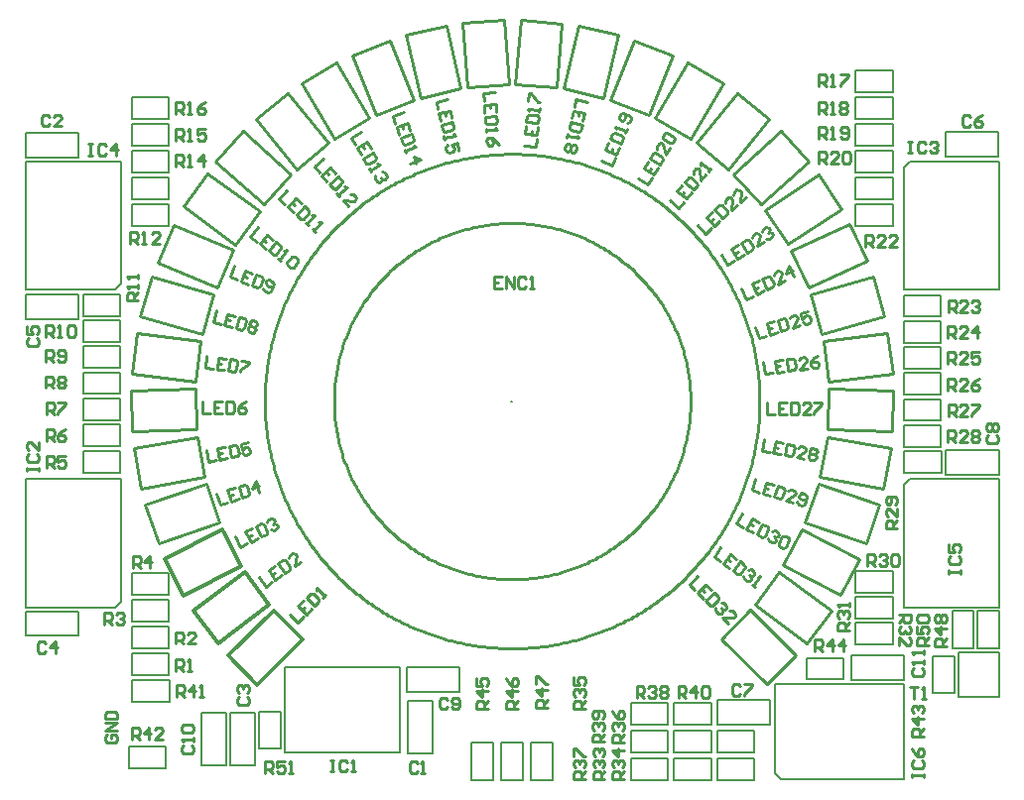
<source format=gto>
G04 Layer_Color=65535*
%FSLAX44Y44*%
%MOMM*%
G71*
G01*
G75*
%ADD19C,0.3000*%
%ADD64C,0.2540*%
%ADD65C,0.2000*%
D19*
X-217435Y-242184D02*
X-178545Y-203293D01*
X-242184Y-217435D02*
X-217435Y-242184D01*
X-242184Y-217435D02*
X-203293Y-178544D01*
X-178545Y-203293D01*
X-251133Y-206741D02*
X-207198Y-173654D01*
X-272188Y-178782D02*
X-251133Y-206741D01*
X-272188Y-178782D02*
X-228254Y-145695D01*
X-207198Y-173654D01*
X-279957Y-165998D02*
X-231208Y-140531D01*
X-296163Y-134977D02*
X-279957Y-165998D01*
X-296163Y-134977D02*
X-247414Y-109509D01*
X-231208Y-140531D01*
D64*
X211084Y0D02*
X211068Y2541D01*
X211023Y5081D01*
X210946Y7621D01*
X210839Y10159D01*
X210702Y12696D01*
X210534Y15231D01*
X210335Y17764D01*
X210106Y20295D01*
X209846Y22822D01*
X209557Y25346D01*
X209236Y27867D01*
X208886Y30383D01*
X208505Y32895D01*
X208094Y35403D01*
X207653Y37905D01*
X207181Y40401D01*
X206680Y42892D01*
X206149Y45377D01*
X205588Y47855D01*
X204997Y50326D01*
X204376Y52790D01*
X203726Y55246D01*
X203046Y57694D01*
X202337Y60134D01*
X201599Y62565D01*
X200831Y64987D01*
X200034Y67399D01*
X199209Y69802D01*
X198354Y72195D01*
X197470Y74577D01*
X196559Y76949D01*
X195618Y79309D01*
X194649Y81658D01*
X193652Y83995D01*
X192627Y86320D01*
X191574Y88632D01*
X190494Y90931D01*
X189386Y93217D01*
X188250Y95490D01*
X187087Y97749D01*
X185897Y99994D01*
X184680Y102224D01*
X183436Y104440D01*
X182165Y106640D01*
X180869Y108825D01*
X179546Y110994D01*
X178197Y113147D01*
X176822Y115284D01*
X175422Y117404D01*
X173996Y119507D01*
X172545Y121593D01*
X171068Y123660D01*
X169568Y125711D01*
X168042Y127743D01*
X166493Y129756D01*
X164919Y131750D01*
X163321Y133726D01*
X161700Y135682D01*
X160055Y137619D01*
X158387Y139535D01*
X156696Y141431D01*
X154982Y143307D01*
X153246Y145162D01*
X151488Y146996D01*
X149707Y148809D01*
X147905Y150600D01*
X146082Y152369D01*
X144237Y154117D01*
X142372Y155842D01*
X140486Y157544D01*
X138579Y159224D01*
X136653Y160880D01*
X134706Y162513D01*
X132741Y164123D01*
X130756Y165709D01*
X128751Y167271D01*
X126729Y168808D01*
X124688Y170321D01*
X122629Y171810D01*
X120552Y173273D01*
X118457Y174712D01*
X116346Y176125D01*
X114218Y177512D01*
X112073Y178874D01*
X109912Y180210D01*
X107734Y181520D01*
X105542Y182804D01*
X103334Y184061D01*
X101111Y185292D01*
X98873Y186495D01*
X96622Y187672D01*
X94356Y188821D01*
X92076Y189943D01*
X89783Y191038D01*
X87477Y192104D01*
X85159Y193143D01*
X82828Y194154D01*
X80485Y195137D01*
X78130Y196092D01*
X75764Y197018D01*
X73387Y197916D01*
X71000Y198785D01*
X68602Y199625D01*
X66194Y200436D01*
X63777Y201218D01*
X61350Y201971D01*
X58915Y202695D01*
X56471Y203390D01*
X54019Y204055D01*
X51559Y204690D01*
X49091Y205296D01*
X46617Y205872D01*
X44135Y206418D01*
X41648Y206934D01*
X39154Y207421D01*
X36655Y207877D01*
X34150Y208303D01*
X31640Y208699D01*
X29126Y209065D01*
X26607Y209400D01*
X24085Y209705D01*
X21559Y209980D01*
X19030Y210224D01*
X16499Y210438D01*
X13964Y210621D01*
X11428Y210774D01*
X8891Y210896D01*
X6351Y210988D01*
X3811Y211049D01*
X1271Y211080D01*
X-1270Y211080D01*
X-3810Y211049D01*
X-6350Y210988D01*
X-8889Y210896D01*
X-11427Y210774D01*
X-13963Y210621D01*
X-16498Y210438D01*
X-19029Y210224D01*
X-21558Y209980D01*
X-24084Y209705D01*
X-26606Y209400D01*
X-29125Y209065D01*
X-31639Y208699D01*
X-34149Y208303D01*
X-36654Y207877D01*
X-39153Y207421D01*
X-41647Y206935D01*
X-44135Y206418D01*
X-46616Y205872D01*
X-49090Y205296D01*
X-51558Y204690D01*
X-54018Y204055D01*
X-56470Y203390D01*
X-58914Y202696D01*
X-61350Y201972D01*
X-63776Y201219D01*
X-66193Y200436D01*
X-68601Y199625D01*
X-70999Y198785D01*
X-73387Y197916D01*
X-75763Y197019D01*
X-78129Y196092D01*
X-80484Y195138D01*
X-82827Y194155D01*
X-85158Y193144D01*
X-87476Y192105D01*
X-89782Y191038D01*
X-92075Y189944D01*
X-94355Y188822D01*
X-96621Y187672D01*
X-98872Y186495D01*
X-101110Y185292D01*
X-103333Y184062D01*
X-105541Y182805D01*
X-107734Y181521D01*
X-109911Y180211D01*
X-112072Y178875D01*
X-114217Y177513D01*
X-116345Y176126D01*
X-118456Y174712D01*
X-120551Y173274D01*
X-122628Y171810D01*
X-124687Y170322D01*
X-126728Y168809D01*
X-128750Y167271D01*
X-130754Y165709D01*
X-132740Y164124D01*
X-134705Y162514D01*
X-136652Y160881D01*
X-138578Y159224D01*
X-140485Y157545D01*
X-142371Y155843D01*
X-144236Y154118D01*
X-146081Y152370D01*
X-147904Y150601D01*
X-149706Y148810D01*
X-151487Y146997D01*
X-153245Y145163D01*
X-154981Y143308D01*
X-156695Y141432D01*
X-158386Y139536D01*
X-160054Y137620D01*
X-161699Y135683D01*
X-163320Y133727D01*
X-164918Y131752D01*
X-166492Y129757D01*
X-168041Y127744D01*
X-169567Y125712D01*
X-171068Y123662D01*
X-172544Y121594D01*
X-173995Y119508D01*
X-175421Y117405D01*
X-176821Y115285D01*
X-178196Y113149D01*
X-179545Y110996D01*
X-180868Y108827D01*
X-182165Y106642D01*
X-183435Y104441D01*
X-184679Y102226D01*
X-185896Y99995D01*
X-187086Y97751D01*
X-188249Y95492D01*
X-189385Y93219D01*
X-190493Y90933D01*
X-191574Y88633D01*
X-192627Y86321D01*
X-193652Y83996D01*
X-194649Y81659D01*
X-195618Y79311D01*
X-196558Y76950D01*
X-197470Y74579D01*
X-198353Y72197D01*
X-199208Y69804D01*
X-200034Y67401D01*
X-200830Y64989D01*
X-201598Y62567D01*
X-202337Y60136D01*
X-203046Y57696D01*
X-203725Y55248D01*
X-204376Y52792D01*
X-204996Y50328D01*
X-205587Y47857D01*
X-206148Y45379D01*
X-206680Y42894D01*
X-207181Y40403D01*
X-207652Y37907D01*
X-208093Y35405D01*
X-208505Y32897D01*
X-208885Y30385D01*
X-209236Y27869D01*
X-209556Y25348D01*
X-209846Y22824D01*
X-210106Y20297D01*
X-210335Y17766D01*
X-210533Y15234D01*
X-210702Y12698D01*
X-210839Y10161D01*
X-210946Y7623D01*
X-211023Y5083D01*
X-211068Y2543D01*
X-211084Y2D01*
X-211068Y-2539D01*
X-211023Y-5079D01*
X-210946Y-7618D01*
X-210839Y-10157D01*
X-210702Y-12694D01*
X-210534Y-15229D01*
X-210335Y-17762D01*
X-210106Y-20292D01*
X-209847Y-22820D01*
X-209557Y-25344D01*
X-209237Y-27864D01*
X-208886Y-30381D01*
X-208505Y-32893D01*
X-208094Y-35400D01*
X-207653Y-37902D01*
X-207182Y-40399D01*
X-206681Y-42890D01*
X-206149Y-45374D01*
X-205588Y-47852D01*
X-204997Y-50323D01*
X-204377Y-52787D01*
X-203727Y-55243D01*
X-203047Y-57691D01*
X-202338Y-60131D01*
X-201599Y-62562D01*
X-200832Y-64984D01*
X-200035Y-67397D01*
X-199209Y-69800D01*
X-198355Y-72192D01*
X-197472Y-74575D01*
X-196560Y-76946D01*
X-195619Y-79306D01*
X-194650Y-81655D01*
X-193654Y-83992D01*
X-192628Y-86317D01*
X-191576Y-88629D01*
X-190495Y-90929D01*
X-189387Y-93215D01*
X-188251Y-95488D01*
X-187088Y-97747D01*
X-185898Y-99992D01*
X-184681Y-102222D01*
X-183437Y-104437D01*
X-182167Y-106638D01*
X-180870Y-108823D01*
X-179547Y-110992D01*
X-178198Y-113145D01*
X-176824Y-115281D01*
X-175423Y-117401D01*
X-173997Y-119504D01*
X-172546Y-121590D01*
X-171070Y-123658D01*
X-169569Y-125708D01*
X-168044Y-127740D01*
X-166494Y-129754D01*
X-164921Y-131748D01*
X-163323Y-133724D01*
X-161702Y-135680D01*
X-160057Y-137616D01*
X-158389Y-139533D01*
X-156698Y-141429D01*
X-154984Y-143305D01*
X-153248Y-145160D01*
X-151490Y-146994D01*
X-149710Y-148807D01*
X-147907Y-150598D01*
X-146084Y-152367D01*
X-144240Y-154115D01*
X-142374Y-155840D01*
X-140488Y-157542D01*
X-138582Y-159221D01*
X-136655Y-160878D01*
X-134709Y-162511D01*
X-132743Y-164121D01*
X-130758Y-165707D01*
X-128754Y-167269D01*
X-126731Y-168806D01*
X-124691Y-170319D01*
X-122631Y-171808D01*
X-120555Y-173271D01*
X-118460Y-174710D01*
X-116349Y-176123D01*
X-114221Y-177511D01*
X-112076Y-178873D01*
X-109915Y-180209D01*
X-107738Y-181519D01*
X-105545Y-182802D01*
X-103337Y-184059D01*
X-101114Y-185290D01*
X-98876Y-186493D01*
X-96625Y-187670D01*
X-94359Y-188820D01*
X-92079Y-189942D01*
X-89786Y-191036D01*
X-87480Y-192103D01*
X-85162Y-193142D01*
X-82831Y-194153D01*
X-80488Y-195136D01*
X-78134Y-196091D01*
X-75768Y-197017D01*
X-73391Y-197915D01*
X-71003Y-198783D01*
X-68605Y-199624D01*
X-66198Y-200435D01*
X-63780Y-201217D01*
X-61354Y-201970D01*
X-58918Y-202694D01*
X-56474Y-203389D01*
X-54022Y-204054D01*
X-51562Y-204689D01*
X-49095Y-205295D01*
X-46620Y-205871D01*
X-44139Y-206417D01*
X-41651Y-206934D01*
X-39157Y-207420D01*
X-36658Y-207876D01*
X-34153Y-208302D01*
X-31643Y-208699D01*
X-29129Y-209064D01*
X-26610Y-209400D01*
X-24088Y-209705D01*
X-21562Y-209980D01*
X-19033Y-210224D01*
X-16501Y-210438D01*
X-13967Y-210621D01*
X-11431Y-210774D01*
X-8893Y-210896D01*
X-6354Y-210988D01*
X-3814Y-211049D01*
X-1273Y-211080D01*
X1268Y-211080D01*
X3808Y-211049D01*
X6348Y-210988D01*
X8887Y-210897D01*
X11425Y-210774D01*
X13961Y-210621D01*
X16495Y-210438D01*
X19027Y-210224D01*
X21556Y-209980D01*
X24082Y-209706D01*
X26605Y-209401D01*
X29123Y-209065D01*
X31638Y-208699D01*
X34147Y-208303D01*
X36652Y-207877D01*
X39152Y-207421D01*
X41645Y-206935D01*
X44133Y-206419D01*
X46615Y-205872D01*
X49089Y-205296D01*
X51557Y-204691D01*
X54017Y-204055D01*
X56469Y-203390D01*
X58913Y-202696D01*
X61349Y-201972D01*
X63775Y-201219D01*
X66193Y-200437D01*
X68600Y-199625D01*
X70998Y-198785D01*
X73386Y-197916D01*
X75763Y-197019D01*
X78129Y-196092D01*
X80483Y-195138D01*
X82826Y-194155D01*
X85157Y-193144D01*
X87476Y-192105D01*
X89782Y-191038D01*
X92075Y-189944D01*
X94354Y-188822D01*
X96621Y-187672D01*
X98872Y-186496D01*
X101110Y-185292D01*
X103333Y-184062D01*
X105541Y-182804D01*
X107734Y-181521D01*
X109911Y-180211D01*
X112072Y-178875D01*
X114217Y-177513D01*
X116345Y-176125D01*
X118457Y-174712D01*
X120551Y-173274D01*
X122628Y-171810D01*
X124687Y-170322D01*
X126728Y-168808D01*
X128751Y-167271D01*
X130755Y-165709D01*
X132740Y-164123D01*
X134706Y-162514D01*
X136652Y-160880D01*
X138579Y-159224D01*
X140485Y-157544D01*
X142372Y-155842D01*
X144237Y-154117D01*
X146082Y-152370D01*
X147905Y-150600D01*
X149707Y-148809D01*
X151488Y-146996D01*
X153246Y-145162D01*
X154982Y-143307D01*
X156696Y-141431D01*
X158387Y-139535D01*
X160055Y-137618D01*
X161700Y-135682D01*
X163321Y-133726D01*
X164919Y-131750D01*
X166493Y-129756D01*
X168043Y-127742D01*
X169568Y-125710D01*
X171069Y-123660D01*
X172545Y-121592D01*
X173996Y-119506D01*
X175422Y-117403D01*
X176822Y-115283D01*
X178197Y-113147D01*
X179546Y-110994D01*
X180869Y-108824D01*
X182166Y-106639D01*
X183436Y-104439D01*
X184680Y-102224D01*
X185897Y-99993D01*
X187087Y-97748D01*
X188250Y-95489D01*
X189386Y-93217D01*
X190494Y-90930D01*
X191575Y-88631D01*
X192628Y-86318D01*
X193653Y-83994D01*
X194650Y-81657D01*
X195619Y-79308D01*
X196559Y-76947D01*
X197471Y-74576D01*
X198354Y-72193D01*
X199209Y-69801D01*
X200035Y-67398D01*
X200831Y-64985D01*
X201599Y-62563D01*
X202338Y-60132D01*
X203047Y-57692D01*
X203726Y-55244D01*
X204377Y-52788D01*
X204997Y-50324D01*
X205588Y-47853D01*
X206149Y-45375D01*
X206680Y-42890D01*
X207182Y-40399D01*
X207653Y-37903D01*
X208094Y-35401D01*
X208505Y-32893D01*
X208886Y-30381D01*
X209237Y-27865D01*
X209557Y-25344D01*
X209847Y-22820D01*
X210106Y-20292D01*
X210335Y-17762D01*
X210534Y-15229D01*
X210702Y-12694D01*
X210839Y-10157D01*
X210946Y-7618D01*
X211023Y-5078D01*
X211068Y-2538D01*
X211084Y0D01*
X152087D02*
X152066Y2541D01*
X152002Y5082D01*
X151896Y7621D01*
X151748Y10158D01*
X151557Y12693D01*
X151324Y15223D01*
X151048Y17750D01*
X150730Y20271D01*
X150371Y22787D01*
X149969Y25297D01*
X149525Y27799D01*
X149040Y30294D01*
X148513Y32780D01*
X147944Y35257D01*
X147335Y37724D01*
X146684Y40181D01*
X145992Y42626D01*
X145259Y45060D01*
X144486Y47481D01*
X143672Y49889D01*
X142819Y52282D01*
X141925Y54661D01*
X140992Y57025D01*
X140019Y59373D01*
X139008Y61705D01*
X137957Y64019D01*
X136868Y66315D01*
X135741Y68593D01*
X134576Y70852D01*
X133373Y73091D01*
X132133Y75309D01*
X130856Y77506D01*
X129543Y79682D01*
X128193Y81836D01*
X126808Y83966D01*
X125387Y86074D01*
X123932Y88157D01*
X122441Y90215D01*
X120917Y92249D01*
X119358Y94256D01*
X117767Y96237D01*
X116142Y98192D01*
X114485Y100119D01*
X112796Y102018D01*
X111075Y103889D01*
X109324Y105730D01*
X107542Y107542D01*
X105730Y109324D01*
X103889Y111076D01*
X102018Y112796D01*
X100119Y114485D01*
X98192Y116142D01*
X96237Y117767D01*
X94256Y119358D01*
X92249Y120917D01*
X90215Y122441D01*
X88157Y123932D01*
X86073Y125387D01*
X83966Y126808D01*
X81836Y128193D01*
X79682Y129543D01*
X77506Y130856D01*
X75309Y132133D01*
X73090Y133373D01*
X70852Y134576D01*
X68593Y135741D01*
X66315Y136868D01*
X64019Y137957D01*
X61705Y139008D01*
X59373Y140019D01*
X57025Y140992D01*
X54661Y141925D01*
X52282Y142819D01*
X49889Y143672D01*
X47481Y144486D01*
X45060Y145259D01*
X42626Y145992D01*
X40181Y146684D01*
X37724Y147335D01*
X35257Y147944D01*
X32780Y148513D01*
X30294Y149040D01*
X27799Y149525D01*
X25297Y149969D01*
X22787Y150371D01*
X20271Y150730D01*
X17750Y151048D01*
X15223Y151324D01*
X12693Y151557D01*
X10158Y151748D01*
X7621Y151896D01*
X5082Y152002D01*
X2542Y152066D01*
X0Y152087D01*
X-2541Y152066D01*
X-5082Y152003D01*
X-7621Y151896D01*
X-10158Y151748D01*
X-12692Y151557D01*
X-15223Y151324D01*
X-17750Y151048D01*
X-20271Y150730D01*
X-22787Y150371D01*
X-25296Y149969D01*
X-27799Y149525D01*
X-30293Y149040D01*
X-32780Y148513D01*
X-35257Y147944D01*
X-37724Y147335D01*
X-40181Y146684D01*
X-42626Y145992D01*
X-45059Y145259D01*
X-47480Y144486D01*
X-49888Y143673D01*
X-52282Y142819D01*
X-54661Y141925D01*
X-57025Y140992D01*
X-59373Y140020D01*
X-61704Y139008D01*
X-64019Y137957D01*
X-66315Y136868D01*
X-68593Y135741D01*
X-70851Y134576D01*
X-73090Y133373D01*
X-75308Y132133D01*
X-77506Y130857D01*
X-79682Y129543D01*
X-81835Y128194D01*
X-83966Y126808D01*
X-86073Y125388D01*
X-88156Y123932D01*
X-90215Y122441D01*
X-92248Y120917D01*
X-94256Y119359D01*
X-96237Y117767D01*
X-98191Y116142D01*
X-100118Y114485D01*
X-102017Y112796D01*
X-103888Y111076D01*
X-105730Y109325D01*
X-107542Y107542D01*
X-109324Y105730D01*
X-111075Y103889D01*
X-112795Y102018D01*
X-114485Y100119D01*
X-116142Y98192D01*
X-117766Y96238D01*
X-119358Y94257D01*
X-120916Y92249D01*
X-122441Y90216D01*
X-123931Y88157D01*
X-125387Y86074D01*
X-126808Y83967D01*
X-128193Y81836D01*
X-129543Y79683D01*
X-130856Y77507D01*
X-132133Y75310D01*
X-133373Y73091D01*
X-134575Y70852D01*
X-135741Y68594D01*
X-136868Y66316D01*
X-137957Y64020D01*
X-139007Y61705D01*
X-140019Y59374D01*
X-140992Y57026D01*
X-141925Y54662D01*
X-142818Y52283D01*
X-143672Y49889D01*
X-144486Y47482D01*
X-145259Y45061D01*
X-145991Y42627D01*
X-146683Y40182D01*
X-147334Y37725D01*
X-147944Y35258D01*
X-148513Y32781D01*
X-149040Y30295D01*
X-149525Y27800D01*
X-149969Y25298D01*
X-150371Y22788D01*
X-150730Y20272D01*
X-151048Y17751D01*
X-151324Y15224D01*
X-151557Y12694D01*
X-151748Y10159D01*
X-151896Y7622D01*
X-152002Y5083D01*
X-152066Y2542D01*
X-152087Y1D01*
X-152066Y-2540D01*
X-152003Y-5081D01*
X-151896Y-7620D01*
X-151748Y-10157D01*
X-151557Y-12691D01*
X-151324Y-15222D01*
X-151048Y-17749D01*
X-150731Y-20270D01*
X-150371Y-22786D01*
X-149969Y-25295D01*
X-149525Y-27798D01*
X-149040Y-30292D01*
X-148513Y-32779D01*
X-147945Y-35256D01*
X-147335Y-37723D01*
X-146684Y-40180D01*
X-145992Y-42625D01*
X-145260Y-45059D01*
X-144486Y-47480D01*
X-143673Y-49887D01*
X-142819Y-52281D01*
X-141925Y-54660D01*
X-140992Y-57024D01*
X-140020Y-59372D01*
X-139008Y-61704D01*
X-137958Y-64018D01*
X-136869Y-66314D01*
X-135742Y-68592D01*
X-134576Y-70850D01*
X-133374Y-73089D01*
X-132134Y-75308D01*
X-130857Y-77505D01*
X-129544Y-79681D01*
X-128194Y-81834D01*
X-126809Y-83965D01*
X-125388Y-86072D01*
X-123932Y-88155D01*
X-122442Y-90214D01*
X-120917Y-92247D01*
X-119359Y-94255D01*
X-117767Y-96236D01*
X-116143Y-98191D01*
X-114486Y-100118D01*
X-112797Y-102017D01*
X-111077Y-103887D01*
X-109325Y-105729D01*
X-107543Y-107541D01*
X-105731Y-109323D01*
X-103890Y-111074D01*
X-102019Y-112795D01*
X-100120Y-114484D01*
X-98193Y-116141D01*
X-96239Y-117766D01*
X-94257Y-119357D01*
X-92250Y-120915D01*
X-90217Y-122440D01*
X-88158Y-123931D01*
X-86075Y-125386D01*
X-83968Y-126807D01*
X-81837Y-128193D01*
X-79683Y-129542D01*
X-77508Y-130855D01*
X-75310Y-132132D01*
X-73092Y-133372D01*
X-70853Y-134575D01*
X-68594Y-135740D01*
X-66317Y-136867D01*
X-64021Y-137956D01*
X-61706Y-139007D01*
X-59375Y-140019D01*
X-57027Y-140991D01*
X-54663Y-141924D01*
X-52284Y-142818D01*
X-49890Y-143672D01*
X-47483Y-144485D01*
X-45061Y-145259D01*
X-42628Y-145991D01*
X-40183Y-146683D01*
X-37726Y-147334D01*
X-35259Y-147944D01*
X-32782Y-148512D01*
X-30295Y-149040D01*
X-27801Y-149525D01*
X-25298Y-149969D01*
X-22789Y-150371D01*
X-20273Y-150730D01*
X-17751Y-151048D01*
X-15225Y-151323D01*
X-12694Y-151557D01*
X-10160Y-151748D01*
X-7623Y-151896D01*
X-5083Y-152002D01*
X-2543Y-152066D01*
X-1Y-152087D01*
X2540Y-152066D01*
X5081Y-152003D01*
X7620Y-151896D01*
X10157Y-151748D01*
X12691Y-151557D01*
X15222Y-151324D01*
X17749Y-151048D01*
X20270Y-150731D01*
X22786Y-150371D01*
X25296Y-149969D01*
X27798Y-149525D01*
X30293Y-149040D01*
X32779Y-148513D01*
X35256Y-147945D01*
X37723Y-147335D01*
X40180Y-146684D01*
X42625Y-145992D01*
X45059Y-145259D01*
X47480Y-144486D01*
X49888Y-143673D01*
X52282Y-142819D01*
X54661Y-141925D01*
X57025Y-140992D01*
X59373Y-140020D01*
X61704Y-139008D01*
X64018Y-137957D01*
X66315Y-136868D01*
X68593Y-135741D01*
X70851Y-134576D01*
X73090Y-133373D01*
X75308Y-132133D01*
X77506Y-130857D01*
X79682Y-129543D01*
X81835Y-128194D01*
X83966Y-126808D01*
X86073Y-125387D01*
X88156Y-123932D01*
X90215Y-122441D01*
X92248Y-120917D01*
X94256Y-119358D01*
X96237Y-117767D01*
X98192Y-116142D01*
X100119Y-114485D01*
X102018Y-112796D01*
X103889Y-111075D01*
X105730Y-109324D01*
X107542Y-107542D01*
X109324Y-105730D01*
X111076Y-103888D01*
X112796Y-102018D01*
X114485Y-100119D01*
X116142Y-98192D01*
X117767Y-96237D01*
X119358Y-94256D01*
X120917Y-92248D01*
X122441Y-90215D01*
X123932Y-88156D01*
X125387Y-86073D01*
X126808Y-83966D01*
X128194Y-81835D01*
X129543Y-79682D01*
X130857Y-77506D01*
X132133Y-75308D01*
X133373Y-73090D01*
X134576Y-70851D01*
X135741Y-68592D01*
X136868Y-66315D01*
X137957Y-64018D01*
X139008Y-61704D01*
X140020Y-59373D01*
X140992Y-57025D01*
X141925Y-54661D01*
X142819Y-52281D01*
X143673Y-49888D01*
X144486Y-47480D01*
X145259Y-45059D01*
X145992Y-42625D01*
X146684Y-40180D01*
X147335Y-37723D01*
X147945Y-35256D01*
X148513Y-32779D01*
X149040Y-30292D01*
X149525Y-27798D01*
X149969Y-25295D01*
X150371Y-22786D01*
X150731Y-20270D01*
X151048Y-17749D01*
X151324Y-15222D01*
X151557Y-12691D01*
X151748Y-10157D01*
X151896Y-7620D01*
X152003Y-5081D01*
X152066Y-2540D01*
X152087Y0D01*
X-251751Y97274D02*
X-238320Y129594D01*
X-289109Y150700D02*
X-238320Y129594D01*
X-302540Y118380D02*
X-289109Y150700D01*
X-302540Y118380D02*
X-251751Y97274D01*
X2776Y270741D02*
X37648Y267747D01*
X42354Y322545D01*
X7482Y325539D02*
X42354Y322545D01*
X2776Y270741D02*
X7482Y325539D01*
X254787Y91171D02*
X264343Y57501D01*
X317254Y72517D01*
X307698Y106187D02*
X317254Y72517D01*
X254787Y91171D02*
X307698Y106187D01*
X-236197Y133826D02*
X-215552Y162089D01*
X-259965Y194531D02*
X-215552Y162089D01*
X-280610Y166268D02*
X-259965Y194531D01*
X-280610Y166268D02*
X-236197Y133826D01*
X43965Y266971D02*
X78060Y259062D01*
X90488Y312639D01*
X56393Y320548D02*
X90488Y312639D01*
X43965Y266971D02*
X56393Y320548D01*
X265625Y51474D02*
X270047Y16754D01*
X324607Y23703D01*
X320184Y58423D02*
X324607Y23703D01*
X265625Y51474D02*
X320184Y58423D01*
X-212081Y168011D02*
X-188619Y193983D01*
X-229431Y230853D02*
X-188619Y193983D01*
X-252893Y204881D02*
X-229431Y230853D01*
X-252893Y204881D02*
X-212081Y168011D01*
X83900Y257230D02*
X116403Y244247D01*
X136804Y295323D01*
X104301Y308306D02*
X136804Y295323D01*
X83900Y257230D02*
X104301Y308306D01*
X269470Y-24332D02*
X270357Y10657D01*
X269470Y-24332D02*
X324453Y-25725D01*
X325339Y9264D01*
X270357Y10657D02*
X325339Y9264D01*
X-261125Y-70851D02*
X-249795Y-103966D01*
X-313164Y-88656D02*
X-261125Y-70851D01*
X-313164Y-88656D02*
X-301833Y-121771D01*
X-249795Y-103966D01*
X-184207Y198176D02*
X-157084Y220297D01*
X-191845Y262920D02*
X-157084Y220297D01*
X-218968Y240799D02*
X-191845Y262920D01*
X-218968Y240799D02*
X-184207Y198176D01*
X121884Y241558D02*
X152046Y223804D01*
X179947Y271202D01*
X149784Y288956D02*
X179947Y271202D01*
X121884Y241558D02*
X149784Y288956D01*
X262658Y-64939D02*
X268843Y-30490D01*
X262658Y-64939D02*
X316793Y-74659D01*
X322978Y-40210D01*
X268843Y-30490D02*
X322978Y-40210D01*
X-268851Y-30416D02*
X-262676Y-64867D01*
X-322988Y-40121D02*
X-268851Y-30416D01*
X-322988Y-40121D02*
X-316813Y-74572D01*
X-262676Y-64867D01*
X-152058Y223796D02*
X-121896Y241552D01*
X-149799Y288949D02*
X-121896Y241552D01*
X-179960Y271193D02*
X-149799Y288949D01*
X-179960Y271193D02*
X-152058Y223796D01*
X157058Y220316D02*
X184184Y198199D01*
X218940Y240825D01*
X191814Y262942D02*
X218940Y240825D01*
X157058Y220316D02*
X191814Y262942D01*
X249878Y-103709D02*
X261215Y-70596D01*
X249878Y-103709D02*
X301912Y-121524D01*
X313249Y-88411D01*
X261215Y-70596D02*
X313249Y-88411D01*
X-270357Y10646D02*
X-269469Y-24342D01*
X-325339Y9251D02*
X-270357Y10646D01*
X-325339Y9251D02*
X-324451Y-25738D01*
X-269469Y-24342D01*
X-116415Y244241D02*
X-83912Y257225D01*
X-104316Y308301D02*
X-83912Y257225D01*
X-136819Y295317D02*
X-104316Y308301D01*
X-136819Y295317D02*
X-116415Y244241D01*
X188609Y193992D02*
X212073Y168022D01*
X252883Y204894D01*
X229419Y230864D02*
X252883Y204894D01*
X188609Y193992D02*
X229419Y230864D01*
X231333Y-140331D02*
X247512Y-109295D01*
X231333Y-140331D02*
X280103Y-165756D01*
X296283Y-134720D01*
X247512Y-109295D02*
X296283Y-134720D01*
X-270048Y16741D02*
X-265628Y51460D01*
X-320187Y58407D02*
X-265628Y51460D01*
X-324608Y23687D02*
X-320187Y58407D01*
X-324608Y23687D02*
X-270048Y16741D01*
X-78087Y259053D02*
X-43993Y266966D01*
X-56427Y320542D02*
X-43993Y266966D01*
X-90521Y312629D02*
X-56427Y320542D01*
X-90521Y312629D02*
X-78087Y259053D01*
X215810Y163194D02*
X235070Y133970D01*
X280993Y164237D01*
X261733Y193461D02*
X280993Y164237D01*
X215810Y163194D02*
X261733Y193461D01*
X207091Y-174131D02*
X227836Y-145941D01*
X207091Y-174131D02*
X251389Y-206730D01*
X272134Y-178541D01*
X227836Y-145941D02*
X272134Y-178541D01*
X-264471Y57357D02*
X-254755Y90982D01*
X-307594Y106249D02*
X-254755Y90982D01*
X-317309Y72625D02*
X-307594Y106249D01*
X-317309Y72625D02*
X-264471Y57357D01*
X-37957Y267891D02*
X-3058Y270549D01*
X-7236Y325390D02*
X-3058Y270549D01*
X-42134Y322732D02*
X-7236Y325390D01*
X-42134Y322732D02*
X-37957Y267891D01*
X238034Y128632D02*
X252647Y96829D01*
X302623Y119792D01*
X288010Y151596D02*
X302623Y119792D01*
X238034Y128632D02*
X288010Y151596D01*
X178765Y-203094D02*
X203487Y-178318D01*
X178765Y-203094D02*
X217699Y-241942D01*
X242420Y-217166D01*
X203487Y-178318D02*
X242420Y-217166D01*
X351028Y-286512D02*
X341031D01*
Y-281514D01*
X342697Y-279848D01*
X346030D01*
X347696Y-281514D01*
Y-286512D01*
Y-283180D02*
X351028Y-279848D01*
Y-271517D02*
X341031D01*
X346030Y-276515D01*
Y-269851D01*
X342697Y-266518D02*
X341031Y-264852D01*
Y-261520D01*
X342697Y-259854D01*
X344364D01*
X346030Y-261520D01*
Y-263186D01*
Y-261520D01*
X347696Y-259854D01*
X349362D01*
X351028Y-261520D01*
Y-264852D01*
X349362Y-266518D01*
X339709Y-243965D02*
X346373D01*
X343041D01*
Y-253962D01*
X349705D02*
X353038D01*
X351371D01*
Y-243965D01*
X349705Y-245631D01*
X370840Y-209296D02*
X360843D01*
Y-204298D01*
X362509Y-202631D01*
X365842D01*
X367508Y-204298D01*
Y-209296D01*
Y-205964D02*
X370840Y-202631D01*
Y-194301D02*
X360843D01*
X365842Y-199299D01*
Y-192635D01*
X362509Y-189302D02*
X360843Y-187636D01*
Y-184304D01*
X362509Y-182638D01*
X364175D01*
X365842Y-184304D01*
X367508Y-182638D01*
X369174D01*
X370840Y-184304D01*
Y-187636D01*
X369174Y-189302D01*
X367508D01*
X365842Y-187636D01*
X364175Y-189302D01*
X362509D01*
X365842Y-187636D02*
Y-184304D01*
X-233121Y-252670D02*
X-234787Y-254336D01*
Y-257668D01*
X-233121Y-259334D01*
X-226456D01*
X-224790Y-257668D01*
Y-254336D01*
X-226456Y-252670D01*
X-233121Y-249337D02*
X-234787Y-247671D01*
Y-244339D01*
X-233121Y-242673D01*
X-231455D01*
X-229788Y-244339D01*
Y-246005D01*
Y-244339D01*
X-228122Y-242673D01*
X-226456D01*
X-224790Y-244339D01*
Y-247671D01*
X-226456Y-249337D01*
X-324612Y-289052D02*
Y-279055D01*
X-319614D01*
X-317948Y-280721D01*
Y-284054D01*
X-319614Y-285720D01*
X-324612D01*
X-321280D02*
X-317948Y-289052D01*
X-309617D02*
Y-279055D01*
X-314615Y-284054D01*
X-307951D01*
X-297954Y-289052D02*
X-304618D01*
X-297954Y-282388D01*
Y-280721D01*
X-299620Y-279055D01*
X-302952D01*
X-304618Y-280721D01*
X355600Y-208788D02*
X345603D01*
Y-203790D01*
X347269Y-202124D01*
X350602D01*
X352268Y-203790D01*
Y-208788D01*
Y-205456D02*
X355600Y-202124D01*
X345603Y-192127D02*
Y-198791D01*
X350602D01*
X348936Y-195459D01*
Y-193793D01*
X350602Y-192127D01*
X353934D01*
X355600Y-193793D01*
Y-197125D01*
X353934Y-198791D01*
X347269Y-188794D02*
X345603Y-187128D01*
Y-183796D01*
X347269Y-182130D01*
X353934D01*
X355600Y-183796D01*
Y-187128D01*
X353934Y-188794D01*
X347269D01*
X-8576Y106517D02*
X-15240D01*
Y96520D01*
X-8576D01*
X-15240Y101518D02*
X-11908D01*
X-5243Y96520D02*
Y106517D01*
X1421Y96520D01*
Y106517D01*
X11418Y104851D02*
X9752Y106517D01*
X6420D01*
X4754Y104851D01*
Y98186D01*
X6420Y96520D01*
X9752D01*
X11418Y98186D01*
X14750Y96520D02*
X18083D01*
X16416D01*
Y106517D01*
X14750Y104851D01*
X342697Y-228032D02*
X341031Y-229698D01*
Y-233030D01*
X342697Y-234696D01*
X349362D01*
X351028Y-233030D01*
Y-229698D01*
X349362Y-228032D01*
X351028Y-224699D02*
Y-221367D01*
Y-223033D01*
X341031D01*
X342697Y-224699D01*
X351028Y-216369D02*
Y-213036D01*
Y-214702D01*
X341031D01*
X342697Y-216369D01*
X30480Y-261874D02*
X20483D01*
Y-256876D01*
X22149Y-255210D01*
X25482D01*
X27148Y-256876D01*
Y-261874D01*
Y-258542D02*
X30480Y-255210D01*
Y-246879D02*
X20483D01*
X25482Y-251877D01*
Y-245213D01*
X20483Y-241880D02*
Y-235216D01*
X22149D01*
X28814Y-241880D01*
X30480D01*
X5080Y-262890D02*
X-4917D01*
Y-257892D01*
X-3251Y-256225D01*
X82D01*
X1748Y-257892D01*
Y-262890D01*
Y-259558D02*
X5080Y-256225D01*
Y-247895D02*
X-4917D01*
X82Y-252893D01*
Y-246229D01*
X-4917Y-236232D02*
X-3251Y-239564D01*
X82Y-242896D01*
X3414D01*
X5080Y-241230D01*
Y-237898D01*
X3414Y-236232D01*
X1748D01*
X82Y-237898D01*
Y-242896D01*
X-20574Y-262890D02*
X-30571D01*
Y-257892D01*
X-28905Y-256225D01*
X-25572D01*
X-23906Y-257892D01*
Y-262890D01*
Y-259558D02*
X-20574Y-256225D01*
Y-247895D02*
X-30571D01*
X-25572Y-252893D01*
Y-246229D01*
X-30571Y-236232D02*
Y-242896D01*
X-25572D01*
X-27239Y-239564D01*
Y-237898D01*
X-25572Y-236232D01*
X-22240D01*
X-20574Y-237898D01*
Y-241230D01*
X-22240Y-242896D01*
X158199Y-149649D02*
X151130Y-156718D01*
X155843Y-161430D01*
X169980D02*
X165268Y-156718D01*
X158199Y-163787D01*
X162911Y-168499D01*
X161733Y-160252D02*
X164089Y-162609D01*
X172336Y-163787D02*
X165268Y-170856D01*
X168802Y-174390D01*
X171158Y-174390D01*
X175871Y-169677D01*
X175871Y-167321D01*
X172336Y-163787D01*
X178227Y-172034D02*
X180583D01*
X182940Y-174390D01*
X182939Y-176746D01*
X181761Y-177924D01*
X179405D01*
X178227Y-176746D01*
X179405Y-177924D01*
Y-180281D01*
X178227Y-181459D01*
X175871Y-181459D01*
X173514Y-179102D01*
Y-176746D01*
X184118Y-189706D02*
X179405Y-184993D01*
X188830D01*
X190008Y-183815D01*
X190008Y-181459D01*
X187652Y-179102D01*
X185296D01*
X195516Y95853D02*
X199898Y86868D01*
X205888Y89789D01*
X210491Y103157D02*
X204501Y100235D01*
X208883Y91250D01*
X214873Y94172D01*
X206692Y95743D02*
X209687Y97204D01*
X213486Y104618D02*
X217868Y95633D01*
X222361Y97824D01*
X223128Y100052D01*
X220206Y106042D01*
X217978Y106809D01*
X213486Y104618D01*
X232843Y102936D02*
X226853Y100015D01*
X229922Y108926D01*
X229191Y110424D01*
X226963Y111191D01*
X223968Y109730D01*
X223201Y107502D01*
X240331Y106588D02*
X235948Y115573D01*
X233647Y108890D01*
X239637Y111811D01*
X-14666Y263587D02*
X-24638Y262890D01*
X-24173Y256242D01*
X-13503Y246967D02*
X-13968Y253615D01*
X-23941Y252918D01*
X-23476Y246269D01*
X-18954Y253266D02*
X-18722Y249942D01*
X-13271Y243643D02*
X-23243Y242945D01*
X-22895Y237959D01*
X-21116Y236413D01*
X-14468Y236878D01*
X-12922Y238656D01*
X-13271Y243643D01*
X-22546Y232973D02*
X-22313Y229649D01*
X-22430Y231311D01*
X-12457Y232008D01*
X-14236Y233554D01*
X-11528Y218711D02*
X-13422Y221919D01*
X-16979Y225011D01*
X-20303Y224779D01*
X-21849Y223000D01*
X-21616Y219676D01*
X-19838Y218130D01*
X-18176Y218247D01*
X-16630Y220025D01*
X-16979Y225011D01*
X-252429Y77220D02*
X-255016Y67564D01*
X-248579Y65839D01*
X-236335Y72908D02*
X-242773Y74633D01*
X-245360Y64977D01*
X-238922Y63252D01*
X-244066Y69805D02*
X-240847Y68942D01*
X-233116Y72045D02*
X-235704Y62389D01*
X-230876Y61096D01*
X-228835Y62274D01*
X-227110Y68711D01*
X-228288Y70752D01*
X-233116Y72045D01*
X-223891Y67849D02*
X-221851Y69027D01*
X-218632Y68164D01*
X-217454Y66124D01*
X-217885Y64514D01*
X-219926Y63336D01*
X-218748Y61296D01*
X-219179Y59686D01*
X-221220Y58508D01*
X-224438Y59371D01*
X-225616Y61411D01*
X-225185Y63021D01*
X-223144Y64199D01*
X-224323Y66239D01*
X-223891Y67849D01*
X-223144Y64199D02*
X-219926Y63336D01*
X178088Y-125008D02*
X172212Y-133096D01*
X177604Y-137013D01*
X191567Y-134802D02*
X186175Y-130884D01*
X180300Y-138972D01*
X185691Y-142889D01*
X183238Y-134928D02*
X185933Y-136887D01*
X194263Y-136760D02*
X188387Y-144848D01*
X192431Y-147786D01*
X194758Y-147417D01*
X198675Y-142026D01*
X198307Y-139698D01*
X194263Y-136760D01*
X201371Y-143984D02*
X203699Y-143616D01*
X206394Y-145574D01*
X206763Y-147901D01*
X205784Y-149249D01*
X203456Y-149618D01*
X202108Y-148639D01*
X203456Y-149618D01*
X203825Y-151945D01*
X202846Y-153293D01*
X200518Y-153662D01*
X197823Y-151703D01*
X197454Y-149376D01*
X204562Y-156600D02*
X207258Y-158559D01*
X205910Y-157579D01*
X211786Y-149492D01*
X209459Y-149860D01*
X178598Y124810D02*
X183896Y116332D01*
X189548Y119864D01*
X192728Y133639D02*
X187076Y130107D01*
X192374Y121629D01*
X198026Y125161D01*
X189725Y125868D02*
X192551Y127634D01*
X195554Y135405D02*
X200851Y126927D01*
X205090Y129576D01*
X205620Y131872D01*
X202089Y137523D01*
X199793Y138054D01*
X195554Y135405D01*
X214981Y135756D02*
X209329Y132224D01*
X211449Y141408D01*
X210567Y142821D01*
X208271Y143351D01*
X205445Y141585D01*
X204915Y139289D01*
X213392Y144587D02*
X213923Y146883D01*
X216748Y148648D01*
X219044Y148118D01*
X219927Y146705D01*
X219397Y144410D01*
X217984Y143527D01*
X219397Y144410D01*
X221693Y143879D01*
X222576Y142467D01*
X222046Y140171D01*
X219220Y138405D01*
X216924Y138935D01*
X-54992Y257857D02*
X-64770Y255778D01*
X-63384Y249259D01*
X-51528Y241559D02*
X-52913Y248078D01*
X-62691Y246000D01*
X-61306Y239481D01*
X-57802Y247039D02*
X-57110Y243780D01*
X-50835Y238300D02*
X-60613Y236221D01*
X-59574Y231332D01*
X-57598Y230049D01*
X-51079Y231434D01*
X-49796Y233411D01*
X-50835Y238300D01*
X-58535Y226443D02*
X-57842Y223184D01*
X-58188Y224813D01*
X-48410Y226892D01*
X-50386Y228175D01*
X-45639Y213854D02*
X-47024Y220373D01*
X-51913Y219334D01*
X-49591Y216421D01*
X-49244Y214791D01*
X-50528Y212815D01*
X-53787Y212122D01*
X-55763Y213405D01*
X-56456Y216665D01*
X-55173Y218641D01*
X-260656Y38370D02*
X-261874Y28448D01*
X-255259Y27636D01*
X-244119Y36340D02*
X-250733Y37152D01*
X-251952Y27230D01*
X-245337Y26418D01*
X-251343Y32191D02*
X-248035Y31785D01*
X-240811Y35934D02*
X-242029Y26011D01*
X-237068Y25402D01*
X-235212Y26853D01*
X-234399Y33468D01*
X-235850Y35324D01*
X-240811Y35934D01*
X-230889Y34715D02*
X-224274Y33903D01*
X-224477Y32249D01*
X-231904Y26447D01*
X-232107Y24793D01*
X195955Y-95567D02*
X191262Y-104394D01*
X197146Y-107523D01*
X210666Y-103389D02*
X204782Y-100261D01*
X200089Y-109087D01*
X205973Y-112216D01*
X202435Y-104674D02*
X205377Y-106238D01*
X213608Y-104954D02*
X208915Y-113780D01*
X213329Y-116127D01*
X215582Y-115438D01*
X218711Y-109554D01*
X218022Y-107300D01*
X213608Y-104954D01*
X221653Y-111118D02*
X223906Y-110429D01*
X226848Y-111994D01*
X227537Y-114247D01*
X226755Y-115718D01*
X224502Y-116407D01*
X223031Y-115625D01*
X224502Y-116407D01*
X225191Y-118660D01*
X224408Y-120131D01*
X222155Y-120820D01*
X219213Y-119256D01*
X218524Y-117002D01*
X230480Y-115811D02*
X232733Y-115122D01*
X235675Y-116687D01*
X236364Y-118940D01*
X233235Y-124824D01*
X230982Y-125513D01*
X228040Y-123949D01*
X227351Y-121696D01*
X230480Y-115811D01*
X158157Y150431D02*
X164846Y143002D01*
X169799Y147461D01*
X170539Y161580D02*
X165586Y157120D01*
X172275Y149691D01*
X177228Y154151D01*
X168930Y153406D02*
X171407Y155635D01*
X173015Y163809D02*
X179704Y156380D01*
X183419Y159725D01*
X183542Y162078D01*
X179083Y167031D01*
X176730Y167154D01*
X173015Y163809D01*
X192086Y167529D02*
X187133Y163069D01*
X187626Y172482D01*
X186512Y173720D01*
X184158Y173843D01*
X181682Y171613D01*
X181559Y169260D01*
X199515Y174218D02*
X194562Y169759D01*
X195056Y179171D01*
X193941Y180409D01*
X191588Y180532D01*
X189111Y178302D01*
X188988Y175949D01*
X-92714Y246751D02*
X-102108Y243332D01*
X-99829Y237069D01*
X-87016Y231095D02*
X-89295Y237357D01*
X-98689Y233938D01*
X-96410Y227675D01*
X-93992Y235648D02*
X-92852Y232516D01*
X-85876Y227963D02*
X-95270Y224544D01*
X-93560Y219847D01*
X-91425Y218852D01*
X-85162Y221131D01*
X-84166Y223266D01*
X-85876Y227963D01*
X-91851Y215150D02*
X-90711Y212019D01*
X-91281Y213585D01*
X-81887Y217004D01*
X-84023Y217999D01*
X-87292Y202625D02*
X-77898Y206044D01*
X-84305Y209032D01*
X-82025Y202769D01*
X-263906Y-671D02*
X-263906Y-10668D01*
X-257241Y-10668D01*
X-247245Y-671D02*
X-253909Y-671D01*
X-253909Y-10668D01*
X-247245Y-10668D01*
X-253909Y-5670D02*
X-250577Y-5670D01*
X-243912Y-671D02*
X-243912Y-10668D01*
X-238914Y-10668D01*
X-237248Y-9002D01*
X-237248Y-2338D01*
X-238914Y-671D01*
X-243912Y-671D01*
X-227251Y-672D02*
X-230583Y-2338D01*
X-233916Y-5670D01*
X-233916Y-9002D01*
X-232250Y-10668D01*
X-228917Y-10668D01*
X-227251Y-9002D01*
Y-7336D01*
X-228917Y-5670D01*
X-233916Y-5670D01*
X207393Y-66386D02*
X204470Y-75946D01*
X210843Y-77895D01*
X223326Y-71257D02*
X216953Y-69309D01*
X214030Y-78869D01*
X220403Y-80817D01*
X215491Y-74089D02*
X218678Y-75063D01*
X226513Y-72232D02*
X223590Y-81792D01*
X228370Y-83253D01*
X230450Y-82147D01*
X232399Y-75773D01*
X231293Y-73693D01*
X226513Y-72232D01*
X239523Y-86663D02*
X233150Y-84714D01*
X241472Y-80290D01*
X241959Y-78696D01*
X240853Y-76616D01*
X237666Y-75641D01*
X235586Y-76748D01*
X243197Y-86044D02*
X244303Y-88124D01*
X247490Y-89099D01*
X249570Y-87992D01*
X251519Y-81619D01*
X250413Y-79538D01*
X247226Y-78564D01*
X245145Y-79671D01*
X244658Y-81264D01*
X245765Y-83344D01*
X250545Y-84806D01*
X134471Y171391D02*
X142240Y165100D01*
X146434Y170279D01*
X144956Y184339D02*
X140762Y179160D01*
X148531Y172869D01*
X152725Y178048D01*
X144647Y176015D02*
X146744Y178604D01*
X147053Y186929D02*
X154822Y180638D01*
X157968Y184522D01*
X157722Y186866D01*
X152542Y191060D01*
X150199Y190814D01*
X147053Y186929D01*
X165308Y193586D02*
X161113Y188407D01*
X160128Y197780D01*
X158834Y198829D01*
X156490Y198582D01*
X154393Y195993D01*
X154639Y193650D01*
X167405Y196176D02*
X169502Y198766D01*
X168453Y197471D01*
X160684Y203762D01*
X160931Y201418D01*
X-128503Y229788D02*
X-137160Y224790D01*
X-133828Y219018D01*
X-120172Y215359D02*
X-123504Y221131D01*
X-132162Y216133D01*
X-128829Y210361D01*
X-127833Y218632D02*
X-126167Y215746D01*
X-118506Y212474D02*
X-127163Y207475D01*
X-124664Y203146D01*
X-122388Y202537D01*
X-116616Y205869D01*
X-116006Y208145D01*
X-118506Y212474D01*
X-122165Y198818D02*
X-120499Y195932D01*
X-121332Y197375D01*
X-112674Y202373D01*
X-114950Y202983D01*
X-110785Y195768D02*
X-108509Y195159D01*
X-106843Y192273D01*
X-107453Y189997D01*
X-108896Y189164D01*
X-111172Y189774D01*
X-112005Y191216D01*
X-111172Y189774D01*
X-111781Y187498D01*
X-113224Y186665D01*
X-115500Y187274D01*
X-117166Y190160D01*
X-116557Y192436D01*
X-261070Y-41717D02*
X-259334Y-51562D01*
X-252771Y-50405D01*
X-244662Y-38824D02*
X-251225Y-39981D01*
X-249489Y-49826D01*
X-242926Y-48669D01*
X-250357Y-44904D02*
X-247075Y-44325D01*
X-241380Y-38245D02*
X-239644Y-48090D01*
X-234722Y-47222D01*
X-233370Y-45292D01*
X-234527Y-38729D01*
X-236458Y-37377D01*
X-241380Y-38245D01*
X-224972Y-35352D02*
X-231535Y-36509D01*
X-230667Y-41432D01*
X-227675Y-39212D01*
X-226034Y-38923D01*
X-224104Y-40275D01*
X-223525Y-43556D01*
X-224877Y-45486D01*
X-228158Y-46065D01*
X-230089Y-44713D01*
X214842Y-32827D02*
X213106Y-42672D01*
X219669Y-43829D01*
X231250Y-35720D02*
X224687Y-34563D01*
X222951Y-44408D01*
X229514Y-45565D01*
X223819Y-39485D02*
X227101Y-40064D01*
X234532Y-36299D02*
X232796Y-46144D01*
X237718Y-47012D01*
X239648Y-45660D01*
X240806Y-39097D01*
X239454Y-37167D01*
X234532Y-36299D01*
X249204Y-49037D02*
X242641Y-47880D01*
X250361Y-42474D01*
X250651Y-40833D01*
X249299Y-38903D01*
X246017Y-38324D01*
X244087Y-39676D01*
X253932Y-41412D02*
X255862Y-40060D01*
X259144Y-40639D01*
X260495Y-42569D01*
X260206Y-44210D01*
X258276Y-45561D01*
X259627Y-47491D01*
X259338Y-49132D01*
X257408Y-50484D01*
X254126Y-49905D01*
X252775Y-47975D01*
X253064Y-46334D01*
X254994Y-44983D01*
X253643Y-43052D01*
X253932Y-41412D01*
X254994Y-44983D02*
X258276Y-45561D01*
X107421Y189910D02*
X116078Y184912D01*
X119410Y190684D01*
X115751Y204340D02*
X112419Y198568D01*
X121076Y193570D01*
X124409Y199341D01*
X116748Y196069D02*
X118414Y198955D01*
X117417Y207225D02*
X126075Y202227D01*
X128574Y206556D01*
X127964Y208832D01*
X122192Y212164D01*
X119916Y211554D01*
X117417Y207225D01*
X134405Y216656D02*
X131073Y210884D01*
X128634Y219988D01*
X127191Y220821D01*
X124915Y220212D01*
X123249Y217326D01*
X123859Y215050D01*
X128857Y223707D02*
X128247Y225983D01*
X129913Y228869D01*
X132189Y229479D01*
X137961Y226147D01*
X138571Y223871D01*
X136905Y220985D01*
X134629Y220375D01*
X128857Y223707D01*
X-161252Y207086D02*
X-168910Y200660D01*
X-164626Y195555D01*
X-150542Y194322D02*
X-154826Y199428D01*
X-162484Y193002D01*
X-158200Y187897D01*
X-158655Y196215D02*
X-156513Y193662D01*
X-148400Y191770D02*
X-156058Y185344D01*
X-152845Y181515D01*
X-150498Y181310D01*
X-145393Y185594D01*
X-145188Y187941D01*
X-148400Y191770D01*
X-149633Y177686D02*
X-147491Y175133D01*
X-148562Y176410D01*
X-140904Y182836D01*
X-143251Y183041D01*
X-139994Y166199D02*
X-144278Y171304D01*
X-134889Y170483D01*
X-133612Y171554D01*
X-133407Y173901D01*
X-135549Y176454D01*
X-137896Y176659D01*
X-252263Y-79138D02*
X-249174Y-88646D01*
X-242836Y-86587D01*
X-236417Y-73990D02*
X-242756Y-76049D01*
X-239667Y-85557D01*
X-233328Y-83497D01*
X-241211Y-80803D02*
X-238042Y-79773D01*
X-233248Y-72960D02*
X-230159Y-82468D01*
X-225405Y-80923D01*
X-224335Y-78824D01*
X-226395Y-72485D01*
X-228494Y-71416D01*
X-233248Y-72960D01*
X-215898Y-77834D02*
X-218987Y-68326D01*
X-222196Y-74625D01*
X-215858Y-72565D01*
X217678Y-925D02*
Y-10922D01*
X224342D01*
X234339Y-925D02*
X227675D01*
Y-10922D01*
X234339D01*
X227675Y-5924D02*
X231007D01*
X237672Y-925D02*
Y-10922D01*
X242670D01*
X244336Y-9256D01*
Y-2591D01*
X242670Y-925D01*
X237672D01*
X254333Y-10922D02*
X247668D01*
X254333Y-4257D01*
Y-2591D01*
X252667Y-925D01*
X249335D01*
X247668Y-2591D01*
X257665Y-925D02*
X264330D01*
Y-2591D01*
X257665Y-9256D01*
Y-10922D01*
X76075Y205167D02*
X85344Y201422D01*
X87841Y207601D01*
X82317Y220615D02*
X79820Y214436D01*
X89089Y210691D01*
X91585Y216870D01*
X84454Y212563D02*
X85703Y215653D01*
X83565Y223705D02*
X92834Y219960D01*
X94706Y224594D01*
X93785Y226763D01*
X87606Y229260D01*
X85437Y228339D01*
X83565Y223705D01*
X96579Y229228D02*
X97827Y232318D01*
X97203Y230773D01*
X87934Y234518D01*
X88855Y232349D01*
X98154Y237577D02*
X100323Y238497D01*
X101572Y241587D01*
X100651Y243756D01*
X94472Y246252D01*
X92303Y245332D01*
X91055Y242242D01*
X91975Y240073D01*
X93520Y239449D01*
X95689Y240370D01*
X97561Y245004D01*
X-192193Y179895D02*
X-198882Y172466D01*
X-193929Y168007D01*
X-179811Y168746D02*
X-184764Y173206D01*
X-191453Y165777D01*
X-186500Y161317D01*
X-188108Y169491D02*
X-185632Y167262D01*
X-177335Y166517D02*
X-184024Y159088D01*
X-180309Y155743D01*
X-177956Y155866D01*
X-173497Y160819D01*
X-173620Y163172D01*
X-177335Y166517D01*
X-176595Y152399D02*
X-174118Y150169D01*
X-175357Y151284D01*
X-168668Y158713D01*
X-171021Y158589D01*
X-170404Y146824D02*
X-167928Y144595D01*
X-169166Y145709D01*
X-162477Y153139D01*
X-164830Y153015D01*
X-236440Y-115807D02*
X-231902Y-124714D01*
X-225964Y-121688D01*
X-221595Y-108243D02*
X-227533Y-111268D01*
X-222995Y-120176D01*
X-217057Y-117150D01*
X-225264Y-115722D02*
X-222295Y-114209D01*
X-218626Y-106730D02*
X-214088Y-115637D01*
X-209634Y-113368D01*
X-208906Y-111127D01*
X-211931Y-105189D01*
X-214172Y-104461D01*
X-218626Y-106730D01*
X-208962Y-103676D02*
X-208234Y-101435D01*
X-205265Y-99922D01*
X-203024Y-100650D01*
X-202268Y-102135D01*
X-202996Y-104376D01*
X-204481Y-105132D01*
X-202996Y-104376D01*
X-200755Y-105104D01*
X-199999Y-106588D01*
X-200727Y-108829D01*
X-203696Y-110342D01*
X-205937Y-109614D01*
X214428Y33290D02*
X215646Y23368D01*
X222261Y24180D01*
X230965Y35321D02*
X224350Y34509D01*
X225568Y24586D01*
X232183Y25398D01*
X224959Y29547D02*
X228267Y29953D01*
X234272Y35727D02*
X235490Y25805D01*
X240452Y26414D01*
X241902Y28270D01*
X241090Y34885D01*
X239233Y36336D01*
X234272Y35727D01*
X252028Y27835D02*
X245413Y27023D01*
X251215Y34450D01*
X251012Y36104D01*
X249156Y37554D01*
X245848Y37148D01*
X244398Y35291D01*
X260732Y38976D02*
X257627Y36916D01*
X254726Y33202D01*
X255132Y29895D01*
X256989Y28444D01*
X260296Y28850D01*
X261747Y30707D01*
X261544Y32361D01*
X259687Y33812D01*
X254726Y33202D01*
X64097Y255561D02*
X54356Y257810D01*
X52857Y251316D01*
X60349Y239327D02*
X61848Y245821D01*
X52107Y248069D01*
X50608Y241576D01*
X56978Y246945D02*
X56228Y243698D01*
X59599Y236080D02*
X49858Y238329D01*
X48734Y233459D01*
X49983Y231460D01*
X56476Y229961D01*
X58475Y231210D01*
X59599Y236080D01*
X47610Y228588D02*
X46860Y225341D01*
X47235Y226965D01*
X56975Y224716D01*
X55727Y226714D01*
X53853Y218597D02*
X55101Y216599D01*
X54352Y213352D01*
X52354Y212104D01*
X50730Y212478D01*
X49482Y214477D01*
X47483Y213228D01*
X45860Y213603D01*
X44611Y215601D01*
X45361Y218848D01*
X47359Y220096D01*
X48983Y219722D01*
X50231Y217723D01*
X52229Y218972D01*
X53853Y218597D01*
X50231Y217723D02*
X49482Y214477D01*
X-217111Y148340D02*
X-223266Y140462D01*
X-218014Y136359D01*
X-203982Y138082D02*
X-209234Y142185D01*
X-215388Y134307D01*
X-210137Y130204D01*
X-212311Y138246D02*
X-209685Y136195D01*
X-201356Y136030D02*
X-207511Y128153D01*
X-203572Y125075D01*
X-201233Y125363D01*
X-197130Y130614D01*
X-197417Y132953D01*
X-201356Y136030D01*
X-199633Y121998D02*
X-197007Y119947D01*
X-198320Y120972D01*
X-192166Y128850D01*
X-194504Y128563D01*
X-187940Y123434D02*
X-185601Y123721D01*
X-182975Y121670D01*
X-182688Y119331D01*
X-186791Y114079D01*
X-189130Y113792D01*
X-191756Y115843D01*
X-192043Y118182D01*
X-187940Y123434D01*
X-216046Y-150053D02*
X-210312Y-158242D01*
X-204853Y-154419D01*
X-202398Y-140497D02*
X-207857Y-144319D01*
X-202123Y-152508D01*
X-196664Y-148686D01*
X-204990Y-148414D02*
X-202260Y-146502D01*
X-199668Y-138585D02*
X-193934Y-146774D01*
X-189840Y-143907D01*
X-189431Y-141587D01*
X-193253Y-136128D01*
X-195574Y-135718D01*
X-199668Y-138585D01*
X-180286Y-137218D02*
X-185745Y-141040D01*
X-184109Y-131758D01*
X-185064Y-130394D01*
X-187385Y-129984D01*
X-190114Y-131896D01*
X-190524Y-134216D01*
X207643Y63408D02*
X210566Y53848D01*
X216939Y55796D01*
X223577Y68279D02*
X217203Y66331D01*
X220126Y56771D01*
X226499Y58719D01*
X218665Y61551D02*
X221851Y62525D01*
X226763Y69254D02*
X229686Y59694D01*
X234466Y61155D01*
X235572Y63235D01*
X233624Y69609D01*
X231543Y70715D01*
X226763Y69254D01*
X245619Y64565D02*
X239246Y62616D01*
X243671Y70938D01*
X243184Y72531D01*
X241103Y73638D01*
X237917Y72663D01*
X236810Y70583D01*
X252256Y77048D02*
X245883Y75099D01*
X247344Y70319D01*
X250044Y72887D01*
X251637Y73374D01*
X253718Y72268D01*
X254692Y69081D01*
X253586Y67000D01*
X250399Y66026D01*
X248319Y67132D01*
X10361Y218295D02*
X20320Y217424D01*
X20901Y224063D01*
X11813Y234893D02*
X11233Y228254D01*
X21191Y227383D01*
X21772Y234022D01*
X16212Y227818D02*
X16502Y231138D01*
X12104Y238213D02*
X22062Y237341D01*
X22498Y242321D01*
X20984Y244126D01*
X14345Y244707D01*
X12539Y243192D01*
X12104Y238213D01*
X22934Y247300D02*
X23224Y250620D01*
X23079Y248960D01*
X13120Y249831D01*
X14635Y248026D01*
X13701Y256470D02*
X14282Y263110D01*
X15942Y262964D01*
X22000Y255744D01*
X23660Y255599D01*
X-237047Y115441D02*
X-240792Y106172D01*
X-234613Y103675D01*
X-221599Y109199D02*
X-227778Y111696D01*
X-231523Y102427D01*
X-225344Y99931D01*
X-229651Y107062D02*
X-226561Y105813D01*
X-218509Y107951D02*
X-222254Y98682D01*
X-217620Y96810D01*
X-215451Y97731D01*
X-212954Y103910D01*
X-213875Y106079D01*
X-218509Y107951D01*
X-212361Y96482D02*
X-211441Y94313D01*
X-208351Y93065D01*
X-206182Y93986D01*
X-203685Y100165D01*
X-204606Y102334D01*
X-207696Y103582D01*
X-209865Y102662D01*
X-210489Y101117D01*
X-209568Y98948D01*
X-204934Y97075D01*
X-189695Y-181907D02*
X-182626Y-188976D01*
X-177913Y-184263D01*
Y-170126D02*
X-182626Y-174838D01*
X-175557Y-181907D01*
X-170845Y-177195D01*
X-179092Y-178373D02*
X-176735Y-176017D01*
X-175557Y-167770D02*
X-168488Y-174838D01*
X-164954Y-171304D01*
X-164954Y-168948D01*
X-169667Y-164235D01*
X-172023Y-164235D01*
X-175557Y-167770D01*
X-161420D02*
X-159063Y-165413D01*
X-160242Y-166591D01*
X-167310Y-159523D01*
Y-161879D01*
X338074Y221833D02*
X341406D01*
X339740D01*
Y211836D01*
X338074D01*
X341406D01*
X353069Y220167D02*
X351403Y221833D01*
X348071D01*
X346405Y220167D01*
Y213502D01*
X348071Y211836D01*
X351403D01*
X353069Y213502D01*
X356401Y220167D02*
X358068Y221833D01*
X361400D01*
X363066Y220167D01*
Y218500D01*
X361400Y216834D01*
X359734D01*
X361400D01*
X363066Y215168D01*
Y213502D01*
X361400Y211836D01*
X358068D01*
X356401Y213502D01*
X-361442Y219547D02*
X-358110D01*
X-359776D01*
Y209550D01*
X-361442D01*
X-358110D01*
X-346447Y217881D02*
X-348113Y219547D01*
X-351445D01*
X-353111Y217881D01*
Y211216D01*
X-351445Y209550D01*
X-348113D01*
X-346447Y211216D01*
X-338116Y209550D02*
Y219547D01*
X-343115Y214548D01*
X-336450D01*
X341285Y-321564D02*
Y-318232D01*
Y-319898D01*
X351282D01*
Y-321564D01*
Y-318232D01*
X342951Y-306569D02*
X341285Y-308235D01*
Y-311567D01*
X342951Y-313233D01*
X349616D01*
X351282Y-311567D01*
Y-308235D01*
X349616Y-306569D01*
X341285Y-296572D02*
X342951Y-299904D01*
X346284Y-303237D01*
X349616D01*
X351282Y-301570D01*
Y-298238D01*
X349616Y-296572D01*
X347950D01*
X346284Y-298238D01*
Y-303237D01*
X372273Y-147320D02*
Y-143988D01*
Y-145654D01*
X382270D01*
Y-147320D01*
Y-143988D01*
X373939Y-132325D02*
X372273Y-133991D01*
Y-137323D01*
X373939Y-138989D01*
X380604D01*
X382270Y-137323D01*
Y-133991D01*
X380604Y-132325D01*
X372273Y-122328D02*
Y-128993D01*
X377272D01*
X375606Y-125660D01*
Y-123994D01*
X377272Y-122328D01*
X380604D01*
X382270Y-123994D01*
Y-127326D01*
X380604Y-128993D01*
X-414111Y-59944D02*
Y-56612D01*
Y-58278D01*
X-404114D01*
Y-59944D01*
Y-56612D01*
X-412445Y-44949D02*
X-414111Y-46615D01*
Y-49947D01*
X-412445Y-51613D01*
X-405780D01*
X-404114Y-49947D01*
Y-46615D01*
X-405780Y-44949D01*
X-404114Y-34952D02*
Y-41617D01*
X-410779Y-34952D01*
X-412445D01*
X-414111Y-36618D01*
Y-39950D01*
X-412445Y-41617D01*
X78994Y-323088D02*
X68997D01*
Y-318090D01*
X70663Y-316423D01*
X73996D01*
X75662Y-318090D01*
Y-323088D01*
Y-319756D02*
X78994Y-316423D01*
X70663Y-313091D02*
X68997Y-311425D01*
Y-308093D01*
X70663Y-306427D01*
X72330D01*
X73996Y-308093D01*
Y-309759D01*
Y-308093D01*
X75662Y-306427D01*
X77328D01*
X78994Y-308093D01*
Y-311425D01*
X77328Y-313091D01*
X70663Y-303094D02*
X68997Y-301428D01*
Y-298096D01*
X70663Y-296430D01*
X72330D01*
X73996Y-298096D01*
Y-299762D01*
Y-298096D01*
X75662Y-296430D01*
X77328D01*
X78994Y-298096D01*
Y-301428D01*
X77328Y-303094D01*
X62484Y-323088D02*
X52487D01*
Y-318090D01*
X54153Y-316423D01*
X57486D01*
X59152Y-318090D01*
Y-323088D01*
Y-319756D02*
X62484Y-316423D01*
X54153Y-313091D02*
X52487Y-311425D01*
Y-308093D01*
X54153Y-306427D01*
X55820D01*
X57486Y-308093D01*
Y-309759D01*
Y-308093D01*
X59152Y-306427D01*
X60818D01*
X62484Y-308093D01*
Y-311425D01*
X60818Y-313091D01*
X52487Y-303094D02*
Y-296430D01*
X54153D01*
X60818Y-303094D01*
X62484D01*
X95504Y-323088D02*
X85507D01*
Y-318090D01*
X87173Y-316423D01*
X90506D01*
X92172Y-318090D01*
Y-323088D01*
Y-319756D02*
X95504Y-316423D01*
X87173Y-313091D02*
X85507Y-311425D01*
Y-308093D01*
X87173Y-306427D01*
X88840D01*
X90506Y-308093D01*
Y-309759D01*
Y-308093D01*
X92172Y-306427D01*
X93838D01*
X95504Y-308093D01*
Y-311425D01*
X93838Y-313091D01*
X95504Y-298096D02*
X85507D01*
X90506Y-303094D01*
Y-296430D01*
X106172Y-253492D02*
Y-243495D01*
X111170D01*
X112837Y-245161D01*
Y-248494D01*
X111170Y-250160D01*
X106172D01*
X109504D02*
X112837Y-253492D01*
X116169Y-245161D02*
X117835Y-243495D01*
X121167D01*
X122833Y-245161D01*
Y-246828D01*
X121167Y-248494D01*
X119501D01*
X121167D01*
X122833Y-250160D01*
Y-251826D01*
X121167Y-253492D01*
X117835D01*
X116169Y-251826D01*
X126166Y-245161D02*
X127832Y-243495D01*
X131164D01*
X132830Y-245161D01*
Y-246828D01*
X131164Y-248494D01*
X132830Y-250160D01*
Y-251826D01*
X131164Y-253492D01*
X127832D01*
X126166Y-251826D01*
Y-250160D01*
X127832Y-248494D01*
X126166Y-246828D01*
Y-245161D01*
X127832Y-248494D02*
X131164D01*
X62230Y-262636D02*
X52233D01*
Y-257638D01*
X53899Y-255972D01*
X57232D01*
X58898Y-257638D01*
Y-262636D01*
Y-259304D02*
X62230Y-255972D01*
X53899Y-252639D02*
X52233Y-250973D01*
Y-247641D01*
X53899Y-245975D01*
X55566D01*
X57232Y-247641D01*
Y-249307D01*
Y-247641D01*
X58898Y-245975D01*
X60564D01*
X62230Y-247641D01*
Y-250973D01*
X60564Y-252639D01*
X52233Y-235978D02*
Y-242642D01*
X57232D01*
X55566Y-239310D01*
Y-237644D01*
X57232Y-235978D01*
X60564D01*
X62230Y-237644D01*
Y-240976D01*
X60564Y-242642D01*
X78740Y-291084D02*
X68743D01*
Y-286086D01*
X70409Y-284419D01*
X73742D01*
X75408Y-286086D01*
Y-291084D01*
Y-287752D02*
X78740Y-284419D01*
X70409Y-281087D02*
X68743Y-279421D01*
Y-276089D01*
X70409Y-274423D01*
X72076D01*
X73742Y-276089D01*
Y-277755D01*
Y-276089D01*
X75408Y-274423D01*
X77074D01*
X78740Y-276089D01*
Y-279421D01*
X77074Y-281087D01*
Y-271090D02*
X78740Y-269424D01*
Y-266092D01*
X77074Y-264426D01*
X70409D01*
X68743Y-266092D01*
Y-269424D01*
X70409Y-271090D01*
X72076D01*
X73742Y-269424D01*
Y-264426D01*
X95250Y-291338D02*
X85253D01*
Y-286340D01*
X86919Y-284674D01*
X90252D01*
X91918Y-286340D01*
Y-291338D01*
Y-288006D02*
X95250Y-284674D01*
X86919Y-281341D02*
X85253Y-279675D01*
Y-276343D01*
X86919Y-274677D01*
X88586D01*
X90252Y-276343D01*
Y-278009D01*
Y-276343D01*
X91918Y-274677D01*
X93584D01*
X95250Y-276343D01*
Y-279675D01*
X93584Y-281341D01*
X85253Y-264680D02*
X86919Y-268012D01*
X90252Y-271344D01*
X93584D01*
X95250Y-269678D01*
Y-266346D01*
X93584Y-264680D01*
X91918D01*
X90252Y-266346D01*
Y-271344D01*
X141732Y-253492D02*
Y-243495D01*
X146730D01*
X148397Y-245161D01*
Y-248494D01*
X146730Y-250160D01*
X141732D01*
X145064D02*
X148397Y-253492D01*
X156727D02*
Y-243495D01*
X151729Y-248494D01*
X158393D01*
X161726Y-245161D02*
X163392Y-243495D01*
X166724D01*
X168390Y-245161D01*
Y-251826D01*
X166724Y-253492D01*
X163392D01*
X161726Y-251826D01*
Y-245161D01*
X-280111Y-294326D02*
X-281777Y-295992D01*
Y-299324D01*
X-280111Y-300990D01*
X-273446D01*
X-271780Y-299324D01*
Y-295992D01*
X-273446Y-294326D01*
X-271780Y-290993D02*
Y-287661D01*
Y-289327D01*
X-281777D01*
X-280111Y-290993D01*
Y-282663D02*
X-281777Y-280996D01*
Y-277664D01*
X-280111Y-275998D01*
X-273446D01*
X-271780Y-277664D01*
Y-280996D01*
X-273446Y-282663D01*
X-280111D01*
X-55058Y-254813D02*
X-56724Y-253147D01*
X-60056D01*
X-61722Y-254813D01*
Y-261478D01*
X-60056Y-263144D01*
X-56724D01*
X-55058Y-261478D01*
X-51725D02*
X-50059Y-263144D01*
X-46727D01*
X-45061Y-261478D01*
Y-254813D01*
X-46727Y-253147D01*
X-50059D01*
X-51725Y-254813D01*
Y-256479D01*
X-50059Y-258146D01*
X-45061D01*
X-397957Y-207061D02*
X-399624Y-205395D01*
X-402956D01*
X-404622Y-207061D01*
Y-213726D01*
X-402956Y-215392D01*
X-399624D01*
X-397957Y-213726D01*
X-389627Y-215392D02*
Y-205395D01*
X-394625Y-210394D01*
X-387961D01*
X-412445Y53654D02*
X-414111Y51988D01*
Y48656D01*
X-412445Y46990D01*
X-405780D01*
X-404114Y48656D01*
Y51988D01*
X-405780Y53654D01*
X-414111Y63651D02*
Y56987D01*
X-409112D01*
X-410779Y60319D01*
Y61985D01*
X-409112Y63651D01*
X-405780D01*
X-404114Y61985D01*
Y58653D01*
X-405780Y56987D01*
X390966Y242519D02*
X389300Y244185D01*
X385968D01*
X384302Y242519D01*
Y235854D01*
X385968Y234188D01*
X389300D01*
X390966Y235854D01*
X400963Y244185D02*
X397631Y242519D01*
X394299Y239186D01*
Y235854D01*
X395965Y234188D01*
X399297D01*
X400963Y235854D01*
Y237520D01*
X399297Y239186D01*
X394299D01*
X406451Y-28895D02*
X404785Y-30562D01*
Y-33894D01*
X406451Y-35560D01*
X413116D01*
X414782Y-33894D01*
Y-30562D01*
X413116Y-28895D01*
X406451Y-25563D02*
X404785Y-23897D01*
Y-20565D01*
X406451Y-18899D01*
X408117D01*
X409784Y-20565D01*
X411450Y-18899D01*
X413116D01*
X414782Y-20565D01*
Y-23897D01*
X413116Y-25563D01*
X411450D01*
X409784Y-23897D01*
X408117Y-25563D01*
X406451D01*
X409784Y-23897D02*
Y-20565D01*
X194371Y-243383D02*
X192704Y-241717D01*
X189372D01*
X187706Y-243383D01*
Y-250048D01*
X189372Y-251714D01*
X192704D01*
X194371Y-250048D01*
X197703Y-241717D02*
X204367D01*
Y-243383D01*
X197703Y-250048D01*
Y-251714D01*
X-80965Y-309169D02*
X-82632Y-307503D01*
X-85964D01*
X-87630Y-309169D01*
Y-315834D01*
X-85964Y-317500D01*
X-82632D01*
X-80965Y-315834D01*
X-77633Y-317500D02*
X-74301D01*
X-75967D01*
Y-307503D01*
X-77633Y-309169D01*
X-155448Y-306487D02*
X-152116D01*
X-153782D01*
Y-316484D01*
X-155448D01*
X-152116D01*
X-140453Y-308153D02*
X-142119Y-306487D01*
X-145451D01*
X-147117Y-308153D01*
Y-314818D01*
X-145451Y-316484D01*
X-142119D01*
X-140453Y-314818D01*
X-137121Y-316484D02*
X-133788D01*
X-135454D01*
Y-306487D01*
X-137121Y-308153D01*
X-286766Y-230632D02*
Y-220635D01*
X-281768D01*
X-280102Y-222301D01*
Y-225634D01*
X-281768Y-227300D01*
X-286766D01*
X-283434D02*
X-280102Y-230632D01*
X-276769D02*
X-273437D01*
X-275103D01*
Y-220635D01*
X-276769Y-222301D01*
X-286766Y-207264D02*
Y-197267D01*
X-281768D01*
X-280102Y-198933D01*
Y-202266D01*
X-281768Y-203932D01*
X-286766D01*
X-283434D02*
X-280102Y-207264D01*
X-270105D02*
X-276769D01*
X-270105Y-200599D01*
Y-198933D01*
X-271771Y-197267D01*
X-275103D01*
X-276769Y-198933D01*
X-323850Y-142240D02*
Y-132243D01*
X-318852D01*
X-317185Y-133909D01*
Y-137242D01*
X-318852Y-138908D01*
X-323850D01*
X-320518D02*
X-317185Y-142240D01*
X-308855D02*
Y-132243D01*
X-313853Y-137242D01*
X-307189D01*
X-397510Y-57150D02*
Y-47153D01*
X-392512D01*
X-390845Y-48819D01*
Y-52152D01*
X-392512Y-53818D01*
X-397510D01*
X-394178D02*
X-390845Y-57150D01*
X-380849Y-47153D02*
X-387513D01*
Y-52152D01*
X-384181Y-50486D01*
X-382515D01*
X-380849Y-52152D01*
Y-55484D01*
X-382515Y-57150D01*
X-385847D01*
X-387513Y-55484D01*
X-397510Y-34290D02*
Y-24293D01*
X-392512D01*
X-390845Y-25959D01*
Y-29292D01*
X-392512Y-30958D01*
X-397510D01*
X-394178D02*
X-390845Y-34290D01*
X-380849Y-24293D02*
X-384181Y-25959D01*
X-387513Y-29292D01*
Y-32624D01*
X-385847Y-34290D01*
X-382515D01*
X-380849Y-32624D01*
Y-30958D01*
X-382515Y-29292D01*
X-387513D01*
X-397510Y-11430D02*
Y-1433D01*
X-392512D01*
X-390845Y-3099D01*
Y-6432D01*
X-392512Y-8098D01*
X-397510D01*
X-394178D02*
X-390845Y-11430D01*
X-387513Y-1433D02*
X-380849D01*
Y-3099D01*
X-387513Y-9764D01*
Y-11430D01*
X-397764Y11176D02*
Y21173D01*
X-392766D01*
X-391100Y19507D01*
Y16174D01*
X-392766Y14508D01*
X-397764D01*
X-394432D02*
X-391100Y11176D01*
X-387767Y19507D02*
X-386101Y21173D01*
X-382769D01*
X-381103Y19507D01*
Y17840D01*
X-382769Y16174D01*
X-381103Y14508D01*
Y12842D01*
X-382769Y11176D01*
X-386101D01*
X-387767Y12842D01*
Y14508D01*
X-386101Y16174D01*
X-387767Y17840D01*
Y19507D01*
X-386101Y16174D02*
X-382769D01*
X-348234Y-190500D02*
Y-180503D01*
X-343236D01*
X-341570Y-182169D01*
Y-185502D01*
X-343236Y-187168D01*
X-348234D01*
X-344902D02*
X-341570Y-190500D01*
X-338237Y-182169D02*
X-336571Y-180503D01*
X-333239D01*
X-331573Y-182169D01*
Y-183836D01*
X-333239Y-185502D01*
X-334905D01*
X-333239D01*
X-331573Y-187168D01*
Y-188834D01*
X-333239Y-190500D01*
X-336571D01*
X-338237Y-188834D01*
X-397764Y33782D02*
Y43779D01*
X-392766D01*
X-391100Y42113D01*
Y38780D01*
X-392766Y37114D01*
X-397764D01*
X-394432D02*
X-391100Y33782D01*
X-387767Y35448D02*
X-386101Y33782D01*
X-382769D01*
X-381103Y35448D01*
Y42113D01*
X-382769Y43779D01*
X-386101D01*
X-387767Y42113D01*
Y40447D01*
X-386101Y38780D01*
X-381103D01*
X-398018Y54610D02*
Y64607D01*
X-393020D01*
X-391353Y62941D01*
Y59608D01*
X-393020Y57942D01*
X-398018D01*
X-394686D02*
X-391353Y54610D01*
X-388021D02*
X-384689D01*
X-386355D01*
Y64607D01*
X-388021Y62941D01*
X-379691D02*
X-378024Y64607D01*
X-374692D01*
X-373026Y62941D01*
Y56276D01*
X-374692Y54610D01*
X-378024D01*
X-379691Y56276D01*
Y62941D01*
X-325882Y134112D02*
Y144109D01*
X-320884D01*
X-319217Y142443D01*
Y139110D01*
X-320884Y137444D01*
X-325882D01*
X-322550D02*
X-319217Y134112D01*
X-315885D02*
X-312553D01*
X-314219D01*
Y144109D01*
X-315885Y142443D01*
X-300890Y134112D02*
X-307555D01*
X-300890Y140777D01*
Y142443D01*
X-302556Y144109D01*
X-305888D01*
X-307555Y142443D01*
X-287020Y200660D02*
Y210657D01*
X-282022D01*
X-280355Y208991D01*
Y205658D01*
X-282022Y203992D01*
X-287020D01*
X-283688D02*
X-280355Y200660D01*
X-277023D02*
X-273691D01*
X-275357D01*
Y210657D01*
X-277023Y208991D01*
X-263694Y200660D02*
Y210657D01*
X-268693Y205658D01*
X-262028D01*
X-287020Y222250D02*
Y232247D01*
X-282022D01*
X-280355Y230581D01*
Y227248D01*
X-282022Y225582D01*
X-287020D01*
X-283688D02*
X-280355Y222250D01*
X-277023D02*
X-273691D01*
X-275357D01*
Y232247D01*
X-277023Y230581D01*
X-262028Y232247D02*
X-268693D01*
Y227248D01*
X-265360Y228915D01*
X-263694D01*
X-262028Y227248D01*
Y223916D01*
X-263694Y222250D01*
X-267026D01*
X-268693Y223916D01*
X-287020Y245110D02*
Y255107D01*
X-282022D01*
X-280355Y253441D01*
Y250108D01*
X-282022Y248442D01*
X-287020D01*
X-283688D02*
X-280355Y245110D01*
X-277023D02*
X-273691D01*
X-275357D01*
Y255107D01*
X-277023Y253441D01*
X-262028Y255107D02*
X-265360Y253441D01*
X-268693Y250108D01*
Y246776D01*
X-267026Y245110D01*
X-263694D01*
X-262028Y246776D01*
Y248442D01*
X-263694Y250108D01*
X-268693D01*
X-319024Y86106D02*
X-329021D01*
Y91104D01*
X-327355Y92771D01*
X-324022D01*
X-322356Y91104D01*
Y86106D01*
Y89438D02*
X-319024Y92771D01*
Y96103D02*
Y99435D01*
Y97769D01*
X-329021D01*
X-327355Y96103D01*
X-319024Y104433D02*
Y107766D01*
Y106100D01*
X-329021D01*
X-327355Y104433D01*
X261620Y268732D02*
Y278729D01*
X266618D01*
X268284Y277063D01*
Y273730D01*
X266618Y272064D01*
X261620D01*
X264952D02*
X268284Y268732D01*
X271617D02*
X274949D01*
X273283D01*
Y278729D01*
X271617Y277063D01*
X279947Y278729D02*
X286612D01*
Y277063D01*
X279947Y270398D01*
Y268732D01*
X261366Y245618D02*
Y255615D01*
X266364D01*
X268030Y253949D01*
Y250616D01*
X266364Y248950D01*
X261366D01*
X264698D02*
X268030Y245618D01*
X271363D02*
X274695D01*
X273029D01*
Y255615D01*
X271363Y253949D01*
X279693D02*
X281360Y255615D01*
X284692D01*
X286358Y253949D01*
Y252283D01*
X284692Y250616D01*
X286358Y248950D01*
Y247284D01*
X284692Y245618D01*
X281360D01*
X279693Y247284D01*
Y248950D01*
X281360Y250616D01*
X279693Y252283D01*
Y253949D01*
X281360Y250616D02*
X284692D01*
X261620Y202946D02*
Y212943D01*
X266618D01*
X268284Y211277D01*
Y207944D01*
X266618Y206278D01*
X261620D01*
X264952D02*
X268284Y202946D01*
X278281D02*
X271617D01*
X278281Y209611D01*
Y211277D01*
X276615Y212943D01*
X273283D01*
X271617Y211277D01*
X281614D02*
X283280Y212943D01*
X286612D01*
X288278Y211277D01*
Y204612D01*
X286612Y202946D01*
X283280D01*
X281614Y204612D01*
Y211277D01*
X301340Y131756D02*
Y141753D01*
X306339D01*
X308005Y140087D01*
Y136755D01*
X306339Y135089D01*
X301340D01*
X304673D02*
X308005Y131756D01*
X318002D02*
X311337D01*
X318002Y138421D01*
Y140087D01*
X316336Y141753D01*
X313003D01*
X311337Y140087D01*
X327998Y131756D02*
X321334D01*
X327998Y138421D01*
Y140087D01*
X326332Y141753D01*
X323000D01*
X321334Y140087D01*
X372110Y76200D02*
Y86197D01*
X377108D01*
X378774Y84531D01*
Y81198D01*
X377108Y79532D01*
X372110D01*
X375442D02*
X378774Y76200D01*
X388771D02*
X382107D01*
X388771Y82865D01*
Y84531D01*
X387105Y86197D01*
X383773D01*
X382107Y84531D01*
X392104D02*
X393770Y86197D01*
X397102D01*
X398768Y84531D01*
Y82865D01*
X397102Y81198D01*
X395436D01*
X397102D01*
X398768Y79532D01*
Y77866D01*
X397102Y76200D01*
X393770D01*
X392104Y77866D01*
X371856Y54102D02*
Y64099D01*
X376854D01*
X378521Y62433D01*
Y59100D01*
X376854Y57434D01*
X371856D01*
X375188D02*
X378521Y54102D01*
X388517D02*
X381853D01*
X388517Y60767D01*
Y62433D01*
X386851Y64099D01*
X383519D01*
X381853Y62433D01*
X396848Y54102D02*
Y64099D01*
X391850Y59100D01*
X398514D01*
X261620Y224028D02*
Y234025D01*
X266618D01*
X268284Y232359D01*
Y229026D01*
X266618Y227360D01*
X261620D01*
X264952D02*
X268284Y224028D01*
X271617D02*
X274949D01*
X273283D01*
Y234025D01*
X271617Y232359D01*
X279947Y225694D02*
X281614Y224028D01*
X284946D01*
X286612Y225694D01*
Y232359D01*
X284946Y234025D01*
X281614D01*
X279947Y232359D01*
Y230693D01*
X281614Y229026D01*
X286612D01*
X371856Y31750D02*
Y41747D01*
X376854D01*
X378521Y40081D01*
Y36748D01*
X376854Y35082D01*
X371856D01*
X375188D02*
X378521Y31750D01*
X388517D02*
X381853D01*
X388517Y38414D01*
Y40081D01*
X386851Y41747D01*
X383519D01*
X381853Y40081D01*
X398514Y41747D02*
X391850D01*
Y36748D01*
X395182Y38414D01*
X396848D01*
X398514Y36748D01*
Y33416D01*
X396848Y31750D01*
X393516D01*
X391850Y33416D01*
X371856Y9398D02*
Y19395D01*
X376854D01*
X378521Y17729D01*
Y14396D01*
X376854Y12730D01*
X371856D01*
X375188D02*
X378521Y9398D01*
X388517D02*
X381853D01*
X388517Y16063D01*
Y17729D01*
X386851Y19395D01*
X383519D01*
X381853Y17729D01*
X398514Y19395D02*
X395182Y17729D01*
X391850Y14396D01*
Y11064D01*
X393516Y9398D01*
X396848D01*
X398514Y11064D01*
Y12730D01*
X396848Y14396D01*
X391850D01*
X371856Y-35052D02*
Y-25055D01*
X376854D01*
X378521Y-26721D01*
Y-30054D01*
X376854Y-31720D01*
X371856D01*
X375188D02*
X378521Y-35052D01*
X388517D02*
X381853D01*
X388517Y-28387D01*
Y-26721D01*
X386851Y-25055D01*
X383519D01*
X381853Y-26721D01*
X391850D02*
X393516Y-25055D01*
X396848D01*
X398514Y-26721D01*
Y-28387D01*
X396848Y-30054D01*
X398514Y-31720D01*
Y-33386D01*
X396848Y-35052D01*
X393516D01*
X391850Y-33386D01*
Y-31720D01*
X393516Y-30054D01*
X391850Y-28387D01*
Y-26721D01*
X393516Y-30054D02*
X396848D01*
X328676Y-108458D02*
X318679D01*
Y-103460D01*
X320345Y-101793D01*
X323678D01*
X325344Y-103460D01*
Y-108458D01*
Y-105126D02*
X328676Y-101793D01*
Y-91797D02*
Y-98461D01*
X322011Y-91797D01*
X320345D01*
X318679Y-93463D01*
Y-96795D01*
X320345Y-98461D01*
X327010Y-88464D02*
X328676Y-86798D01*
Y-83466D01*
X327010Y-81800D01*
X320345D01*
X318679Y-83466D01*
Y-86798D01*
X320345Y-88464D01*
X322011D01*
X323678Y-86798D01*
Y-81800D01*
X303022Y-140970D02*
Y-130973D01*
X308020D01*
X309687Y-132639D01*
Y-135972D01*
X308020Y-137638D01*
X303022D01*
X306354D02*
X309687Y-140970D01*
X313019Y-132639D02*
X314685Y-130973D01*
X318017D01*
X319683Y-132639D01*
Y-134305D01*
X318017Y-135972D01*
X316351D01*
X318017D01*
X319683Y-137638D01*
Y-139304D01*
X318017Y-140970D01*
X314685D01*
X313019Y-139304D01*
X323016Y-132639D02*
X324682Y-130973D01*
X328014D01*
X329680Y-132639D01*
Y-139304D01*
X328014Y-140970D01*
X324682D01*
X323016Y-139304D01*
Y-132639D01*
X329946Y-182118D02*
X339943D01*
Y-187116D01*
X338277Y-188783D01*
X334944D01*
X333278Y-187116D01*
Y-182118D01*
Y-185450D02*
X329946Y-188783D01*
X338277Y-192115D02*
X339943Y-193781D01*
Y-197113D01*
X338277Y-198779D01*
X336610D01*
X334944Y-197113D01*
Y-195447D01*
Y-197113D01*
X333278Y-198779D01*
X331612D01*
X329946Y-197113D01*
Y-193781D01*
X331612Y-192115D01*
X329946Y-208776D02*
Y-202112D01*
X336610Y-208776D01*
X338277D01*
X339943Y-207110D01*
Y-203778D01*
X338277Y-202112D01*
X372110Y-12700D02*
Y-2703D01*
X377108D01*
X378774Y-4369D01*
Y-7702D01*
X377108Y-9368D01*
X372110D01*
X375442D02*
X378774Y-12700D01*
X388771D02*
X382107D01*
X388771Y-6036D01*
Y-4369D01*
X387105Y-2703D01*
X383773D01*
X382107Y-4369D01*
X392104Y-2703D02*
X398768D01*
Y-4369D01*
X392104Y-11034D01*
Y-12700D01*
X-286512Y-252730D02*
Y-242733D01*
X-281514D01*
X-279848Y-244399D01*
Y-247732D01*
X-281514Y-249398D01*
X-286512D01*
X-283180D02*
X-279848Y-252730D01*
X-271517D02*
Y-242733D01*
X-276515Y-247732D01*
X-269851D01*
X-266518Y-252730D02*
X-263186D01*
X-264852D01*
Y-242733D01*
X-266518Y-244399D01*
X287782Y-195834D02*
X277785D01*
Y-190836D01*
X279451Y-189170D01*
X282784D01*
X284450Y-190836D01*
Y-195834D01*
Y-192502D02*
X287782Y-189170D01*
X279451Y-185837D02*
X277785Y-184171D01*
Y-180839D01*
X279451Y-179173D01*
X281117D01*
X282784Y-180839D01*
Y-182505D01*
Y-180839D01*
X284450Y-179173D01*
X286116D01*
X287782Y-180839D01*
Y-184171D01*
X286116Y-185837D01*
X287782Y-175840D02*
Y-172508D01*
Y-174174D01*
X277785D01*
X279451Y-175840D01*
X258064Y-213868D02*
Y-203871D01*
X263062D01*
X264729Y-205537D01*
Y-208870D01*
X263062Y-210536D01*
X258064D01*
X261396D02*
X264729Y-213868D01*
X273059D02*
Y-203871D01*
X268061Y-208870D01*
X274725D01*
X283056Y-213868D02*
Y-203871D01*
X278058Y-208870D01*
X284722D01*
X-394655Y243027D02*
X-396322Y244693D01*
X-399654D01*
X-401320Y243027D01*
Y236362D01*
X-399654Y234696D01*
X-396322D01*
X-394655Y236362D01*
X-384659Y234696D02*
X-391323D01*
X-384659Y241360D01*
Y243027D01*
X-386325Y244693D01*
X-389657D01*
X-391323Y243027D01*
X-210820Y-317500D02*
Y-307503D01*
X-205822D01*
X-204156Y-309169D01*
Y-312502D01*
X-205822Y-314168D01*
X-210820D01*
X-207488D02*
X-204156Y-317500D01*
X-194159Y-307503D02*
X-200823D01*
Y-312502D01*
X-197491Y-310835D01*
X-195825D01*
X-194159Y-312502D01*
Y-315834D01*
X-195825Y-317500D01*
X-199157D01*
X-200823Y-315834D01*
X-190826Y-317500D02*
X-187494D01*
X-189160D01*
Y-307503D01*
X-190826Y-309169D01*
X-345643Y-284928D02*
X-347309Y-286594D01*
Y-289926D01*
X-345643Y-291592D01*
X-338978D01*
X-337312Y-289926D01*
Y-286594D01*
X-338978Y-284928D01*
X-342310D01*
Y-288260D01*
X-337312Y-281595D02*
X-347309D01*
X-337312Y-274931D01*
X-347309D01*
Y-271598D02*
X-337312D01*
Y-266600D01*
X-338978Y-264934D01*
X-345643D01*
X-347309Y-266600D01*
Y-271598D01*
D65*
X174858Y-276184D02*
X174858Y-255184D01*
X219858Y-255184D01*
X219858Y-276184D02*
X219858Y-255184D01*
X174858Y-276184D02*
X219858Y-276184D01*
X334158Y-237830D02*
Y-216830D01*
X289158Y-237830D02*
X334158D01*
X289158D02*
Y-216830D01*
X334158D01*
X-265008Y-310776D02*
X-244008D01*
X-265008D02*
Y-265776D01*
X-244008D01*
Y-310776D02*
Y-265776D01*
X-415184Y229194D02*
X-370184D01*
X-415184Y208194D02*
Y229194D01*
Y208194D02*
X-370184D01*
Y229194D01*
X-415190Y205000D02*
X-333940D01*
X-415190Y95000D02*
Y205000D01*
X-333940Y100250D02*
Y205000D01*
X-339190Y95000D02*
X-333940Y100250D01*
X-415190Y95000D02*
X-339190D01*
X397002Y-211074D02*
Y-179324D01*
Y-211074D02*
X415290D01*
Y-179324D01*
X397002D02*
X415290D01*
X-240370Y-265790D02*
X-219370D01*
Y-310790D02*
Y-265790D01*
X-240370Y-310790D02*
X-219370D01*
X-240370D02*
Y-265790D01*
X-295402Y-313182D02*
Y-294894D01*
X-327152Y-313182D02*
X-295402D01*
X-327152D02*
Y-294894D01*
X-295402D01*
X-96020Y-300160D02*
X-96020D01*
X-96270Y-300410D02*
X-96020Y-300160D01*
X-194020Y-300410D02*
X-96270D01*
X-96020Y-300160D02*
Y-227160D01*
X-194020Y-300410D02*
Y-227160D01*
X-96020D01*
X333940Y-176200D02*
X415190D01*
Y-66200D01*
X333940Y-176200D02*
Y-71450D01*
X339190Y-66200D01*
X415190D01*
X224134Y-317908D02*
Y-241908D01*
Y-317908D02*
X229384Y-323158D01*
X334134D01*
X224134Y-241908D02*
X334134D01*
Y-323158D02*
Y-241908D01*
X339190Y205000D02*
X415190D01*
X333940Y199750D02*
X339190Y205000D01*
X333940Y95000D02*
Y199750D01*
X415190Y95000D02*
Y205000D01*
X333940Y95000D02*
X415190D01*
X0Y-254D02*
Y0D01*
X-762D02*
X0D01*
X-89240Y-255630D02*
X-68240D01*
Y-300630D02*
Y-255630D01*
X-89240Y-300630D02*
X-68240D01*
X-89240D02*
Y-255630D01*
X251206Y-219456D02*
X282956D01*
X251206Y-237744D02*
Y-219456D01*
Y-237744D02*
X282956D01*
Y-219456D01*
X-324358Y-238506D02*
X-292608D01*
X-324358Y-256794D02*
Y-238506D01*
Y-256794D02*
X-292608D01*
Y-238506D01*
X334264Y-16764D02*
Y1524D01*
X366014D01*
Y-16764D02*
Y1524D01*
X334264Y-16764D02*
X366014D01*
X293116Y-207518D02*
X324866D01*
Y-189230D01*
X293116D02*
X324866D01*
X293116Y-207518D02*
Y-189230D01*
X334264Y-38862D02*
Y-20574D01*
X366014D01*
Y-38862D02*
Y-20574D01*
X334264Y-38862D02*
X366014D01*
X334264Y5588D02*
X366014D01*
Y23876D01*
X334264D02*
X366014D01*
X334264Y5588D02*
Y23876D01*
Y27686D02*
Y45974D01*
X366014D01*
Y27686D02*
Y45974D01*
X334264Y27686D02*
X366014D01*
X292862Y218186D02*
X324612D01*
Y236474D01*
X292862D02*
X324612D01*
X292862Y218186D02*
Y236474D01*
X334264Y50038D02*
Y68326D01*
X366014D01*
Y50038D02*
Y68326D01*
X334264Y50038D02*
X366014D01*
X292862Y149606D02*
Y167894D01*
X324612D01*
Y149606D02*
Y167894D01*
X292862Y149606D02*
X324612D01*
X292862Y172466D02*
X324612D01*
Y190754D01*
X292862D02*
X324612D01*
X292862Y172466D02*
Y190754D01*
Y195326D02*
Y213614D01*
X324612D01*
Y195326D02*
Y213614D01*
X292862Y195326D02*
X324612D01*
X292862Y241046D02*
X324612D01*
Y259334D01*
X292862D02*
X324612D01*
X292862Y241046D02*
Y259334D01*
Y263906D02*
Y282194D01*
X324612D01*
Y263906D02*
Y282194D01*
X292862Y263906D02*
X324612D01*
X-366268Y91186D02*
X-334518D01*
X-366268Y72898D02*
Y91186D01*
Y72898D02*
X-334518D01*
Y91186D01*
X-292862Y241046D02*
Y259334D01*
X-324612Y241046D02*
X-292862D01*
X-324612D02*
Y259334D01*
X-292862D01*
X-324612Y236474D02*
X-292862D01*
X-324612Y218186D02*
Y236474D01*
Y218186D02*
X-292862D01*
Y236474D01*
Y195326D02*
Y213614D01*
X-324612Y195326D02*
X-292862D01*
X-324612D02*
Y213614D01*
X-292862D01*
X-324612Y190754D02*
X-292862D01*
X-324612Y172466D02*
Y190754D01*
Y172466D02*
X-292862D01*
Y190754D01*
Y149606D02*
Y167894D01*
X-324612Y149606D02*
X-292862D01*
X-324612D02*
Y167894D01*
X-292862D01*
X-366268Y69088D02*
X-334518D01*
X-366268Y50800D02*
Y69088D01*
Y50800D02*
X-334518D01*
Y69088D01*
Y28702D02*
Y46990D01*
X-366268Y28702D02*
X-334518D01*
X-366268D02*
Y46990D01*
X-334518D01*
X-324612Y-169926D02*
X-292862D01*
X-324612Y-188214D02*
Y-169926D01*
Y-188214D02*
X-292862D01*
Y-169926D01*
X-334264Y6350D02*
Y24638D01*
X-366014Y6350D02*
X-334264D01*
X-366014D02*
Y24638D01*
X-334264D01*
X-366014Y2286D02*
X-334264D01*
X-366014Y-16002D02*
Y2286D01*
Y-16002D02*
X-334264D01*
Y2286D01*
Y-38354D02*
Y-20066D01*
X-366014Y-38354D02*
X-334264D01*
X-366014D02*
Y-20066D01*
X-334264D01*
X-366014Y-42676D02*
X-334264D01*
X-366014Y-60964D02*
Y-42676D01*
Y-60964D02*
X-334264D01*
Y-42676D01*
X-292862Y-165354D02*
Y-147066D01*
X-324612Y-165354D02*
X-292862D01*
X-324612D02*
Y-147066D01*
X-292862D01*
X-324612Y-192786D02*
X-292862D01*
X-324612Y-211074D02*
Y-192786D01*
Y-211074D02*
X-292862D01*
Y-192786D01*
Y-233934D02*
Y-215646D01*
X-324612Y-233934D02*
X-292862D01*
X-324612D02*
Y-215646D01*
X-292862D01*
X138176Y-258064D02*
X169926D01*
X138176Y-276352D02*
Y-258064D01*
Y-276352D02*
X169926D01*
Y-258064D01*
X175006Y-299720D02*
Y-281432D01*
X206756D01*
Y-299720D02*
Y-281432D01*
X175006Y-299720D02*
X206756D01*
X133096D02*
Y-281432D01*
X101346Y-299720D02*
X133096D01*
X101346D02*
Y-281432D01*
X133096D01*
X101346Y-276352D02*
X133096D01*
Y-258064D01*
X101346D02*
X133096D01*
X101346Y-276352D02*
Y-258064D01*
X175006Y-323342D02*
Y-305054D01*
X206756D01*
Y-323342D02*
Y-305054D01*
X175006Y-323342D02*
X206756D01*
X101346Y-305054D02*
X133096D01*
X101346Y-323342D02*
Y-305054D01*
Y-323342D02*
X133096D01*
Y-305054D01*
X138176Y-323342D02*
Y-305054D01*
X169926D01*
Y-323342D02*
Y-305054D01*
X138176Y-323342D02*
X169926D01*
X-34544D02*
Y-291592D01*
Y-323342D02*
X-16256D01*
Y-291592D01*
X-34544D02*
X-16256D01*
X-9144D02*
X9144D01*
Y-323342D02*
Y-291592D01*
X-9144Y-323342D02*
X9144D01*
X-9144D02*
Y-291592D01*
X16256Y-323342D02*
Y-291592D01*
Y-323342D02*
X34544D01*
Y-291592D01*
X16256D02*
X34544D01*
X-415190Y-176200D02*
X-339190D01*
X-333940Y-170950D01*
Y-66200D01*
X-415190Y-176200D02*
Y-66200D01*
X-333940D01*
X-44810Y-247990D02*
Y-226990D01*
X-89810Y-247990D02*
X-44810D01*
X-89810D02*
Y-226990D01*
X-44810D01*
X138176Y-299720D02*
X169926D01*
Y-281432D01*
X138176D02*
X169926D01*
X138176Y-299720D02*
Y-281432D01*
X292862Y-185420D02*
Y-167132D01*
X324612D01*
Y-185420D02*
Y-167132D01*
X292862Y-185420D02*
X324612D01*
X334518Y-60960D02*
X366268D01*
Y-42672D01*
X334518D02*
X366268D01*
X334518Y-60960D02*
Y-42672D01*
X334264Y72390D02*
X366014D01*
Y90678D01*
X334264D02*
X366014D01*
X334264Y72390D02*
Y90678D01*
X293116Y-163576D02*
Y-145288D01*
X324866D01*
Y-163576D02*
Y-145288D01*
X293116Y-163576D02*
X324866D01*
X-415184Y91018D02*
X-370184D01*
X-415184Y70018D02*
Y91018D01*
Y70018D02*
X-370184D01*
Y91018D01*
X-415170Y-179492D02*
X-370170D01*
X-415170Y-200492D02*
Y-179492D01*
Y-200492D02*
X-370170D01*
Y-179492D01*
X370184Y-62570D02*
X415184D01*
Y-41570D01*
X370184D02*
X415184D01*
X370184Y-62570D02*
Y-41570D01*
X369930Y208702D02*
X414930D01*
Y229702D01*
X369930D02*
X414930D01*
X369930Y208702D02*
Y229702D01*
X381254Y-252222D02*
X415290D01*
X381254D02*
Y-214122D01*
X415290Y-252222D02*
Y-214122D01*
X381254D02*
X415290D01*
X359156Y-249428D02*
X377444D01*
X359156D02*
Y-217678D01*
X377444D01*
Y-249428D02*
Y-217678D01*
X375666Y-211074D02*
X393954D01*
X375666D02*
Y-179324D01*
X393954D01*
Y-211074D02*
Y-179324D01*
X-215646Y-265176D02*
X-197358D01*
Y-296926D02*
Y-265176D01*
X-215646Y-296926D02*
X-197358D01*
X-215646D02*
Y-265176D01*
M02*

</source>
